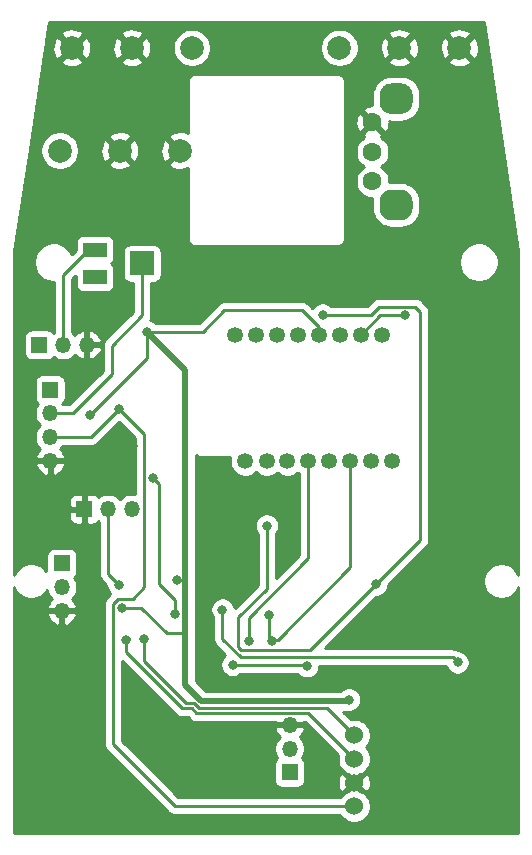
<source format=gbr>
%TF.GenerationSoftware,KiCad,Pcbnew,(5.1.6-0-10_14)*%
%TF.CreationDate,2020-12-05T10:50:09+01:00*%
%TF.ProjectId,Mys,4d79732e-6b69-4636-9164-5f7063625858,rev?*%
%TF.SameCoordinates,PX223cd58PY13c0734*%
%TF.FileFunction,Copper,L2,Bot*%
%TF.FilePolarity,Positive*%
%FSLAX46Y46*%
G04 Gerber Fmt 4.6, Leading zero omitted, Abs format (unit mm)*
G04 Created by KiCad (PCBNEW (5.1.6-0-10_14)) date 2020-12-05 10:50:09*
%MOMM*%
%LPD*%
G01*
G04 APERTURE LIST*
%TA.AperFunction,ComponentPad*%
%ADD10R,1.350000X1.350000*%
%TD*%
%TA.AperFunction,ComponentPad*%
%ADD11O,1.350000X1.350000*%
%TD*%
%TA.AperFunction,SMDPad,CuDef*%
%ADD12R,2.000000X1.300000*%
%TD*%
%TA.AperFunction,SMDPad,CuDef*%
%ADD13R,2.000000X2.000000*%
%TD*%
%TA.AperFunction,ComponentPad*%
%ADD14C,1.600000*%
%TD*%
%TA.AperFunction,ComponentPad*%
%ADD15C,1.524000*%
%TD*%
%TA.AperFunction,ComponentPad*%
%ADD16C,2.000000*%
%TD*%
%TA.AperFunction,ComponentPad*%
%ADD17C,1.350000*%
%TD*%
%TA.AperFunction,ViaPad*%
%ADD18C,0.800000*%
%TD*%
%TA.AperFunction,Conductor*%
%ADD19C,0.250000*%
%TD*%
%TA.AperFunction,Conductor*%
%ADD20C,0.500000*%
%TD*%
%TA.AperFunction,Conductor*%
%ADD21C,0.254000*%
%TD*%
G04 APERTURE END LIST*
D10*
%TO.P,J3,1*%
%TO.N,Net-(J3-Pad1)*%
X700000Y-31800000D03*
D11*
%TO.P,J3,2*%
%TO.N,Net-(J3-Pad2)*%
X700000Y-33800000D03*
%TO.P,J3,3*%
%TO.N,5V*%
X700000Y-35800000D03*
%TO.P,J3,4*%
%TO.N,GND*%
X700000Y-37800000D03*
%TD*%
%TO.P,J2,3*%
%TO.N,GND*%
X1700000Y-50500000D03*
%TO.P,J2,2*%
%TO.N,Net-(J2-Pad2)*%
X1700000Y-48500000D03*
D10*
%TO.P,J2,1*%
%TO.N,VCC*%
X1700000Y-46500000D03*
%TD*%
D11*
%TO.P,J6,3*%
%TO.N,Net-(J6-Pad3)*%
X7600000Y-41900000D03*
%TO.P,J6,2*%
%TO.N,Net-(J6-Pad2)*%
X5600000Y-41900000D03*
D10*
%TO.P,J6,1*%
%TO.N,GND*%
X3600000Y-41900000D03*
%TD*%
D11*
%TO.P,J5,3*%
%TO.N,GND*%
X3800000Y-28000000D03*
%TO.P,J5,2*%
%TO.N,Net-(J5-Pad2)*%
X1800000Y-28000000D03*
D10*
%TO.P,J5,1*%
%TO.N,5V*%
X-200000Y-28000000D03*
%TD*%
D12*
%TO.P,RV1,1*%
%TO.N,Net-(J5-Pad2)*%
X4500000Y-19950000D03*
D13*
%TO.P,RV1,2*%
%TO.N,Net-(J3-Pad2)*%
X8500000Y-21100000D03*
D12*
%TO.P,RV1,3*%
%TO.N,N/C*%
X4500000Y-22250000D03*
%TD*%
D14*
%TO.P,SW3,1*%
%TO.N,Net-(D4-Pad2)*%
X27997000Y-14156000D03*
%TO.P,SW3,2*%
%TO.N,Net-(D2-Pad2)*%
X27997000Y-11656000D03*
%TO.P,SW3,3*%
%TO.N,GND*%
X27997000Y-9156000D03*
%TO.P,SW3,*%
%TO.N,*%
%TA.AperFunction,ComponentPad*%
G36*
G01*
X30396000Y-17456000D02*
X29598000Y-17456000D01*
G75*
G02*
X28597000Y-16455000I0J1001000D01*
G01*
X28597000Y-15857000D01*
G75*
G02*
X29598000Y-14856000I1001000J0D01*
G01*
X30396000Y-14856000D01*
G75*
G02*
X31397000Y-15857000I0J-1001000D01*
G01*
X31397000Y-16455000D01*
G75*
G02*
X30396000Y-17456000I-1001000J0D01*
G01*
G37*
%TD.AperFunction*%
%TA.AperFunction,ComponentPad*%
G36*
G01*
X30396000Y-8456000D02*
X29598000Y-8456000D01*
G75*
G02*
X28597000Y-7455000I0J1001000D01*
G01*
X28597000Y-6857000D01*
G75*
G02*
X29598000Y-5856000I1001000J0D01*
G01*
X30396000Y-5856000D01*
G75*
G02*
X31397000Y-6857000I0J-1001000D01*
G01*
X31397000Y-7455000D01*
G75*
G02*
X30396000Y-8456000I-1001000J0D01*
G01*
G37*
%TD.AperFunction*%
%TD*%
D15*
%TO.P,J1,2*%
%TO.N,GND*%
X26441000Y-65056200D03*
%TO.P,J1,3*%
%TO.N,DP*%
X26441000Y-63056200D03*
%TO.P,J1,4*%
%TO.N,DM*%
X26441000Y-61056200D03*
%TO.P,J1,1*%
%TO.N,5V*%
X26441000Y-67056200D03*
%TD*%
D16*
%TO.P,SW2,3*%
%TO.N,GND*%
X30280000Y-2850000D03*
%TO.P,SW2,2*%
X35360000Y-2850000D03*
%TO.P,SW2,1*%
%TO.N,Net-(D3-Pad2)*%
X25200000Y-2850000D03*
%TD*%
%TO.P,SW1,3*%
%TO.N,GND*%
X7620000Y-2850000D03*
%TO.P,SW1,2*%
X2540000Y-2850000D03*
%TO.P,SW1,1*%
%TO.N,Net-(D1-Pad2)*%
X12700000Y-2850000D03*
%TD*%
%TO.P,SW4,1*%
%TO.N,Net-(D5-Pad2)*%
X1520000Y-11550000D03*
%TO.P,SW4,2*%
%TO.N,GND*%
X11680000Y-11550000D03*
%TO.P,SW4,3*%
X6600000Y-11550000D03*
%TD*%
D17*
%TO.P,U2,9*%
%TO.N,Net-(R12-Pad1)*%
X29690000Y-37850000D03*
%TO.P,U2,10*%
%TO.N,SCLK*%
X27910000Y-37850000D03*
%TO.P,U2,11*%
%TO.N,MOSI*%
X26130000Y-37850000D03*
%TO.P,U2,12*%
%TO.N,MISO*%
X24350000Y-37850000D03*
%TO.P,U2,13*%
%TO.N,NSS*%
X22570000Y-37850000D03*
%TO.P,U2,14*%
%TO.N,N/C*%
X20790000Y-37850000D03*
%TO.P,U2,15*%
%TO.N,Net-(R11-Pad2)*%
X19050000Y-37850000D03*
%TO.P,U2,16*%
%TO.N,N/C*%
X17230000Y-37850000D03*
%TO.P,U2,8*%
%TO.N,GND*%
X28800000Y-27150000D03*
%TO.P,U2,7*%
%TO.N,Net-(R5-Pad2)*%
X27020000Y-27150000D03*
%TO.P,U2,6*%
%TO.N,N/C*%
X25240000Y-27150000D03*
%TO.P,U2,5*%
%TO.N,VCC*%
X23460000Y-27150000D03*
%TO.P,U2,4*%
%TO.N,VCC1.9*%
X21680000Y-27150000D03*
%TO.P,U2,3*%
%TO.N,Net-(C10-Pad2)*%
X19900000Y-27150000D03*
%TO.P,U2,2*%
%TO.N,N/C*%
X18120000Y-27150000D03*
%TO.P,U2,1*%
X16340000Y-27150000D03*
%TD*%
D10*
%TO.P,J4,1*%
%TO.N,VCC*%
X20980000Y-64183200D03*
D11*
%TO.P,J4,2*%
%TO.N,Net-(C24-Pad1)*%
X20980000Y-62183200D03*
%TO.P,J4,3*%
%TO.N,GND*%
X20980000Y-60183200D03*
%TD*%
D18*
%TO.N,VCC1.9*%
X28295200Y-48282800D03*
X23774000Y-25435500D03*
X19049600Y-43304400D03*
%TO.N,VCC*%
X11429600Y-47927200D03*
X6756000Y-50264000D03*
X26009200Y-58036400D03*
X4114400Y-33962000D03*
X8940400Y-26896000D03*
%TO.N,5V*%
X6552800Y-33454000D03*
%TO.N,ADC_IN8*%
X9400000Y-39300000D03*
X11264500Y-50772000D03*
%TO.N,DP*%
X7131920Y-52951320D03*
%TO.N,DM*%
X8686400Y-52885280D03*
%TO.N,Net-(R5-Pad2)*%
X30759000Y-25499000D03*
%TO.N,PA2*%
X22453200Y-55191600D03*
X16154000Y-55090000D03*
%TO.N,NSS*%
X17525600Y-53058000D03*
%TO.N,MOSI*%
X19222320Y-50838040D03*
X19471240Y-53032600D03*
%TO.N,GND*%
X32410000Y-55547200D03*
X7700000Y-36600000D03*
X31267000Y-59928700D03*
X3098400Y-55750400D03*
X23824800Y-23492400D03*
X16154000Y-47774800D03*
X27600000Y-17300000D03*
%TO.N,PB1*%
X15290400Y-50416400D03*
X35204000Y-54886800D03*
%TO.N,Net-(J6-Pad2)*%
X6500000Y-48300000D03*
%TD*%
D19*
%TO.N,VCC1.9*%
X16611200Y-53616800D02*
X16865200Y-53870800D01*
X16865200Y-53870800D02*
X22707200Y-53870800D01*
X19049600Y-48638400D02*
X16611200Y-51076800D01*
X16611200Y-51076800D02*
X16611200Y-53616800D01*
X22707200Y-53870800D02*
X28295200Y-48282800D01*
X19049600Y-43304400D02*
X19049600Y-48638400D01*
X32054400Y-25219600D02*
X32054400Y-44523600D01*
X31608799Y-24773999D02*
X32054400Y-25219600D01*
X28537601Y-24773999D02*
X31608799Y-24773999D01*
X32054400Y-44523600D02*
X28295200Y-48282800D01*
X27876100Y-25435500D02*
X28537601Y-24773999D01*
X23774000Y-25435500D02*
X27876100Y-25435500D01*
%TO.N,VCC*%
X8940400Y-26896000D02*
X13614000Y-26896000D01*
X13614000Y-26896000D02*
X15442800Y-25067200D01*
X15442800Y-25067200D02*
X22046800Y-25067200D01*
X23460000Y-26480400D02*
X23460000Y-27150000D01*
X22046800Y-25067200D02*
X23460000Y-26480400D01*
D20*
X12140800Y-30096400D02*
X8940400Y-26896000D01*
D19*
X12039200Y-47927200D02*
X12140800Y-48028800D01*
D20*
X12140800Y-48028800D02*
X12140800Y-30096400D01*
D19*
X11429600Y-47927200D02*
X12039200Y-47927200D01*
X6756000Y-50264000D02*
X8432400Y-50264000D01*
X10566000Y-52397600D02*
X12140800Y-52397600D01*
X8432400Y-50264000D02*
X10566000Y-52397600D01*
D20*
X12140800Y-52397600D02*
X12140800Y-48028800D01*
X13507775Y-58158179D02*
X25887421Y-58158179D01*
X12140800Y-56791204D02*
X13507775Y-58158179D01*
X25887421Y-58158179D02*
X26009200Y-58036400D01*
X12140800Y-52397600D02*
X12140800Y-56791204D01*
D19*
X8940400Y-29136000D02*
X4114400Y-33962000D01*
X8940400Y-26896000D02*
X8940400Y-29136000D01*
%TO.N,5V*%
X309600Y-35809600D02*
X300000Y-35800000D01*
X6552800Y-33454000D02*
X4197200Y-35809600D01*
X8674999Y-35576199D02*
X6552800Y-33454000D01*
X8674999Y-48525001D02*
X8674999Y-35576199D01*
X7700000Y-49500000D02*
X8674999Y-48525001D01*
X11256200Y-67056200D02*
X6030999Y-61830999D01*
X6446998Y-49500000D02*
X7700000Y-49500000D01*
X6030999Y-49915999D02*
X6446998Y-49500000D01*
X6030999Y-61830999D02*
X6030999Y-49915999D01*
X26441000Y-67056200D02*
X11256200Y-67056200D01*
X4187600Y-35800000D02*
X4197200Y-35809600D01*
X4187600Y-35800000D02*
X700000Y-35800000D01*
%TO.N,ADC_IN8*%
X9900000Y-39800000D02*
X9400000Y-39300000D01*
X9900000Y-48277200D02*
X9900000Y-39800000D01*
X11264500Y-49641700D02*
X9900000Y-48277200D01*
X11264500Y-50772000D02*
X11264500Y-49641700D01*
%TO.N,DP*%
X7391000Y-52829400D02*
X7365600Y-52804000D01*
X11885839Y-58785839D02*
X12685839Y-58785839D01*
X13083199Y-59183199D02*
X22567999Y-59183199D01*
X7131920Y-54031920D02*
X11885839Y-58785839D01*
X12685839Y-58785839D02*
X13083199Y-59183199D01*
X22567999Y-59183199D02*
X26441000Y-63056200D01*
X7131920Y-52951320D02*
X7131920Y-54031920D01*
%TO.N,DM*%
X24117989Y-58733189D02*
X26441000Y-61056200D01*
X12235829Y-58335829D02*
X12872240Y-58335830D01*
X12872240Y-58335830D02*
X13269599Y-58733189D01*
X8686400Y-54786400D02*
X12235829Y-58335829D01*
X13269599Y-58733189D02*
X24117989Y-58733189D01*
X8686400Y-52885280D02*
X8686400Y-54786400D01*
%TO.N,Net-(J3-Pad2)*%
X8500000Y-21100000D02*
X8500000Y-20900000D01*
X5900000Y-30500000D02*
X2600000Y-33800000D01*
X8500000Y-25500000D02*
X5900000Y-28100000D01*
X8500000Y-21100000D02*
X8500000Y-25500000D01*
X5900000Y-30500000D02*
X5900000Y-28100000D01*
X2600000Y-33800000D02*
X700000Y-33800000D01*
%TO.N,Net-(R5-Pad2)*%
X27020000Y-27150000D02*
X28671000Y-25499000D01*
X28671000Y-25499000D02*
X30759000Y-25499000D01*
%TO.N,PA2*%
X22402400Y-55140800D02*
X22453200Y-55191600D01*
X22351600Y-55090000D02*
X22453200Y-55191600D01*
X16154000Y-55090000D02*
X22351600Y-55090000D01*
%TO.N,NSS*%
X22570000Y-46083200D02*
X22570000Y-37850000D01*
X17525600Y-51127600D02*
X22570000Y-46083200D01*
X17525600Y-53058000D02*
X17525600Y-51127600D01*
%TO.N,MOSI*%
X26130000Y-46841200D02*
X26130000Y-37850000D01*
X19964000Y-53007200D02*
X26130000Y-46841200D01*
X19222320Y-52783680D02*
X19471240Y-53032600D01*
X19222320Y-50838040D02*
X19222320Y-52783680D01*
X19496640Y-53007200D02*
X19471240Y-53032600D01*
X19964000Y-53007200D02*
X19496640Y-53007200D01*
%TO.N,PB1*%
X34783799Y-54466599D02*
X35204000Y-54886800D01*
X16824589Y-54466599D02*
X34783799Y-54466599D01*
X15290400Y-52932410D02*
X16824589Y-54466599D01*
X15290400Y-50416400D02*
X15290400Y-52932410D01*
%TO.N,Net-(J5-Pad2)*%
X2300000Y-21614000D02*
X2300000Y-21600000D01*
X3950000Y-19950000D02*
X4500000Y-19950000D01*
X1800000Y-22106117D02*
X2300000Y-21614000D01*
X2300000Y-21600000D02*
X3950000Y-19950000D01*
X1800000Y-28000000D02*
X1800000Y-22106117D01*
%TO.N,Net-(J6-Pad2)*%
X5600000Y-47400000D02*
X5600000Y-47100000D01*
X6500000Y-48300000D02*
X5600000Y-47400000D01*
X5600000Y-47100000D02*
X5600000Y-41900000D01*
%TD*%
D21*
%TO.N,GND*%
G36*
X40340000Y-20049231D02*
G01*
X40340001Y-47497636D01*
X40249340Y-47278763D01*
X40082706Y-47029378D01*
X39870622Y-46817294D01*
X39621237Y-46650660D01*
X39344136Y-46535881D01*
X39049966Y-46477367D01*
X38750034Y-46477367D01*
X38455864Y-46535881D01*
X38178763Y-46650660D01*
X37929378Y-46817294D01*
X37717294Y-47029378D01*
X37550660Y-47278763D01*
X37435881Y-47555864D01*
X37377367Y-47850034D01*
X37377367Y-48149966D01*
X37435881Y-48444136D01*
X37550660Y-48721237D01*
X37717294Y-48970622D01*
X37929378Y-49182706D01*
X38178763Y-49349340D01*
X38455864Y-49464119D01*
X38750034Y-49522633D01*
X39049966Y-49522633D01*
X39344136Y-49464119D01*
X39621237Y-49349340D01*
X39870622Y-49182706D01*
X40082706Y-48970622D01*
X40249340Y-48721237D01*
X40340001Y-48502364D01*
X40340001Y-69340000D01*
X-2340000Y-69340000D01*
X-2340000Y-50829400D01*
X432090Y-50829400D01*
X462762Y-50930528D01*
X570527Y-51163629D01*
X721697Y-51371227D01*
X910463Y-51545344D01*
X1129570Y-51679289D01*
X1370599Y-51767915D01*
X1573000Y-51645085D01*
X1573000Y-50627000D01*
X1827000Y-50627000D01*
X1827000Y-51645085D01*
X2029401Y-51767915D01*
X2270430Y-51679289D01*
X2489537Y-51545344D01*
X2678303Y-51371227D01*
X2829473Y-51163629D01*
X2937238Y-50930528D01*
X2967910Y-50829400D01*
X2844224Y-50627000D01*
X1827000Y-50627000D01*
X1573000Y-50627000D01*
X555776Y-50627000D01*
X432090Y-50829400D01*
X-2340000Y-50829400D01*
X-2340000Y-48502364D01*
X-2249340Y-48721237D01*
X-2082706Y-48970622D01*
X-1870622Y-49182706D01*
X-1621237Y-49349340D01*
X-1344136Y-49464119D01*
X-1049966Y-49522633D01*
X-750034Y-49522633D01*
X-455864Y-49464119D01*
X-178763Y-49349340D01*
X70622Y-49182706D01*
X282706Y-48970622D01*
X417747Y-48768519D01*
X440342Y-48882113D01*
X539093Y-49120518D01*
X682456Y-49335077D01*
X854060Y-49506681D01*
X721697Y-49628773D01*
X570527Y-49836371D01*
X462762Y-50069472D01*
X432090Y-50170600D01*
X555776Y-50373000D01*
X1573000Y-50373000D01*
X1573000Y-50353000D01*
X1827000Y-50353000D01*
X1827000Y-50373000D01*
X2844224Y-50373000D01*
X2967910Y-50170600D01*
X2937238Y-50069472D01*
X2829473Y-49836371D01*
X2678303Y-49628773D01*
X2545940Y-49506681D01*
X2717544Y-49335077D01*
X2860907Y-49120518D01*
X2959658Y-48882113D01*
X3010000Y-48629024D01*
X3010000Y-48370976D01*
X2959658Y-48117887D01*
X2860907Y-47879482D01*
X2739303Y-47697487D01*
X2826185Y-47626185D01*
X2905537Y-47529494D01*
X2964502Y-47419180D01*
X3000812Y-47299482D01*
X3013072Y-47175000D01*
X3013072Y-45825000D01*
X3000812Y-45700518D01*
X2964502Y-45580820D01*
X2905537Y-45470506D01*
X2826185Y-45373815D01*
X2729494Y-45294463D01*
X2619180Y-45235498D01*
X2499482Y-45199188D01*
X2375000Y-45186928D01*
X1025000Y-45186928D01*
X900518Y-45199188D01*
X780820Y-45235498D01*
X670506Y-45294463D01*
X573815Y-45373815D01*
X494463Y-45470506D01*
X435498Y-45580820D01*
X399188Y-45700518D01*
X386928Y-45825000D01*
X386928Y-47175000D01*
X388124Y-47187148D01*
X282706Y-47029378D01*
X70622Y-46817294D01*
X-178763Y-46650660D01*
X-455864Y-46535881D01*
X-750034Y-46477367D01*
X-1049966Y-46477367D01*
X-1344136Y-46535881D01*
X-1621237Y-46650660D01*
X-1870622Y-46817294D01*
X-2082706Y-47029378D01*
X-2249340Y-47278763D01*
X-2340000Y-47497636D01*
X-2340000Y-42575000D01*
X2286928Y-42575000D01*
X2299188Y-42699482D01*
X2335498Y-42819180D01*
X2394463Y-42929494D01*
X2473815Y-43026185D01*
X2570506Y-43105537D01*
X2680820Y-43164502D01*
X2800518Y-43200812D01*
X2925000Y-43213072D01*
X3314250Y-43210000D01*
X3473000Y-43051250D01*
X3473000Y-42027000D01*
X2448750Y-42027000D01*
X2290000Y-42185750D01*
X2286928Y-42575000D01*
X-2340000Y-42575000D01*
X-2340000Y-41225000D01*
X2286928Y-41225000D01*
X2290000Y-41614250D01*
X2448750Y-41773000D01*
X3473000Y-41773000D01*
X3473000Y-40748750D01*
X3314250Y-40590000D01*
X2925000Y-40586928D01*
X2800518Y-40599188D01*
X2680820Y-40635498D01*
X2570506Y-40694463D01*
X2473815Y-40773815D01*
X2394463Y-40870506D01*
X2335498Y-40980820D01*
X2299188Y-41100518D01*
X2286928Y-41225000D01*
X-2340000Y-41225000D01*
X-2340000Y-38129400D01*
X-567910Y-38129400D01*
X-537238Y-38230528D01*
X-429473Y-38463629D01*
X-278303Y-38671227D01*
X-89537Y-38845344D01*
X129570Y-38979289D01*
X370599Y-39067915D01*
X573000Y-38945085D01*
X573000Y-37927000D01*
X827000Y-37927000D01*
X827000Y-38945085D01*
X1029401Y-39067915D01*
X1270430Y-38979289D01*
X1489537Y-38845344D01*
X1678303Y-38671227D01*
X1829473Y-38463629D01*
X1937238Y-38230528D01*
X1967910Y-38129400D01*
X1844224Y-37927000D01*
X827000Y-37927000D01*
X573000Y-37927000D01*
X-444224Y-37927000D01*
X-567910Y-38129400D01*
X-2340000Y-38129400D01*
X-2340000Y-31125000D01*
X-613072Y-31125000D01*
X-613072Y-32475000D01*
X-600812Y-32599482D01*
X-564502Y-32719180D01*
X-505537Y-32829494D01*
X-426185Y-32926185D01*
X-339303Y-32997487D01*
X-460907Y-33179482D01*
X-559658Y-33417887D01*
X-610000Y-33670976D01*
X-610000Y-33929024D01*
X-559658Y-34182113D01*
X-460907Y-34420518D01*
X-317544Y-34635077D01*
X-152621Y-34800000D01*
X-317544Y-34964923D01*
X-460907Y-35179482D01*
X-559658Y-35417887D01*
X-610000Y-35670976D01*
X-610000Y-35929024D01*
X-559658Y-36182113D01*
X-460907Y-36420518D01*
X-317544Y-36635077D01*
X-145940Y-36806681D01*
X-278303Y-36928773D01*
X-429473Y-37136371D01*
X-537238Y-37369472D01*
X-567910Y-37470600D01*
X-444224Y-37673000D01*
X573000Y-37673000D01*
X573000Y-37653000D01*
X827000Y-37653000D01*
X827000Y-37673000D01*
X1844224Y-37673000D01*
X1967910Y-37470600D01*
X1937238Y-37369472D01*
X1829473Y-37136371D01*
X1678303Y-36928773D01*
X1545940Y-36806681D01*
X1717544Y-36635077D01*
X1767709Y-36560000D01*
X4062408Y-36560000D01*
X4197199Y-36573276D01*
X4197200Y-36573276D01*
X4346185Y-36558602D01*
X4489446Y-36515146D01*
X4621476Y-36444574D01*
X4708202Y-36373399D01*
X4708207Y-36373394D01*
X4737200Y-36349600D01*
X4760993Y-36320608D01*
X6552801Y-34528802D01*
X7915000Y-35891002D01*
X7915000Y-40626992D01*
X7729024Y-40590000D01*
X7470976Y-40590000D01*
X7217887Y-40640342D01*
X6979482Y-40739093D01*
X6764923Y-40882456D01*
X6600000Y-41047379D01*
X6435077Y-40882456D01*
X6220518Y-40739093D01*
X5982113Y-40640342D01*
X5729024Y-40590000D01*
X5470976Y-40590000D01*
X5217887Y-40640342D01*
X4979482Y-40739093D01*
X4797487Y-40860697D01*
X4726185Y-40773815D01*
X4629494Y-40694463D01*
X4519180Y-40635498D01*
X4399482Y-40599188D01*
X4275000Y-40586928D01*
X3885750Y-40590000D01*
X3727000Y-40748750D01*
X3727000Y-41773000D01*
X3747000Y-41773000D01*
X3747000Y-42027000D01*
X3727000Y-42027000D01*
X3727000Y-43051250D01*
X3885750Y-43210000D01*
X4275000Y-43213072D01*
X4399482Y-43200812D01*
X4519180Y-43164502D01*
X4629494Y-43105537D01*
X4726185Y-43026185D01*
X4797487Y-42939303D01*
X4840001Y-42967709D01*
X4840000Y-47062667D01*
X4840000Y-47362678D01*
X4836324Y-47400000D01*
X4840000Y-47437322D01*
X4840000Y-47437332D01*
X4850997Y-47548985D01*
X4879281Y-47642226D01*
X4894454Y-47692246D01*
X4965026Y-47824276D01*
X4993133Y-47858524D01*
X5059999Y-47940001D01*
X5089002Y-47963803D01*
X5465000Y-48339801D01*
X5465000Y-48401939D01*
X5504774Y-48601898D01*
X5582795Y-48790256D01*
X5696063Y-48959774D01*
X5804243Y-49067954D01*
X5519997Y-49352200D01*
X5490999Y-49375998D01*
X5467201Y-49404996D01*
X5467200Y-49404997D01*
X5396025Y-49491723D01*
X5325453Y-49623753D01*
X5302264Y-49700201D01*
X5281997Y-49767013D01*
X5279512Y-49792246D01*
X5267323Y-49915999D01*
X5271000Y-49953331D01*
X5270999Y-61793677D01*
X5267323Y-61830999D01*
X5270999Y-61868321D01*
X5270999Y-61868331D01*
X5281996Y-61979984D01*
X5304502Y-62054176D01*
X5325453Y-62123245D01*
X5396025Y-62255275D01*
X5435870Y-62303825D01*
X5490998Y-62371000D01*
X5520002Y-62394803D01*
X10692401Y-67567203D01*
X10716199Y-67596201D01*
X10745197Y-67619999D01*
X10831923Y-67691174D01*
X10963953Y-67761746D01*
X11107214Y-67805203D01*
X11218867Y-67816200D01*
X11218876Y-67816200D01*
X11256199Y-67819876D01*
X11293522Y-67816200D01*
X25268659Y-67816200D01*
X25355880Y-67946735D01*
X25550465Y-68141320D01*
X25779273Y-68294205D01*
X26033510Y-68399514D01*
X26303408Y-68453200D01*
X26578592Y-68453200D01*
X26848490Y-68399514D01*
X27102727Y-68294205D01*
X27331535Y-68141320D01*
X27526120Y-67946735D01*
X27679005Y-67717927D01*
X27784314Y-67463690D01*
X27838000Y-67193792D01*
X27838000Y-66918608D01*
X27784314Y-66648710D01*
X27679005Y-66394473D01*
X27526120Y-66165665D01*
X27331535Y-65971080D01*
X27102727Y-65818195D01*
X26967290Y-65762095D01*
X26441000Y-65235805D01*
X25914710Y-65762095D01*
X25779273Y-65818195D01*
X25550465Y-65971080D01*
X25355880Y-66165665D01*
X25268659Y-66296200D01*
X11571002Y-66296200D01*
X8783002Y-63508200D01*
X19666928Y-63508200D01*
X19666928Y-64858200D01*
X19679188Y-64982682D01*
X19715498Y-65102380D01*
X19774463Y-65212694D01*
X19853815Y-65309385D01*
X19950506Y-65388737D01*
X20060820Y-65447702D01*
X20180518Y-65484012D01*
X20305000Y-65496272D01*
X21655000Y-65496272D01*
X21779482Y-65484012D01*
X21899180Y-65447702D01*
X22009494Y-65388737D01*
X22106185Y-65309385D01*
X22185537Y-65212694D01*
X22230691Y-65128217D01*
X25039090Y-65128217D01*
X25080078Y-65400333D01*
X25173364Y-65659223D01*
X25235344Y-65775180D01*
X25475435Y-65842160D01*
X26261395Y-65056200D01*
X26620605Y-65056200D01*
X27406565Y-65842160D01*
X27646656Y-65775180D01*
X27763756Y-65526152D01*
X27830023Y-65259065D01*
X27842910Y-64984183D01*
X27801922Y-64712067D01*
X27708636Y-64453177D01*
X27646656Y-64337220D01*
X27406565Y-64270240D01*
X26620605Y-65056200D01*
X26261395Y-65056200D01*
X25475435Y-64270240D01*
X25235344Y-64337220D01*
X25118244Y-64586248D01*
X25051977Y-64853335D01*
X25039090Y-65128217D01*
X22230691Y-65128217D01*
X22244502Y-65102380D01*
X22280812Y-64982682D01*
X22293072Y-64858200D01*
X22293072Y-63508200D01*
X22280812Y-63383718D01*
X22244502Y-63264020D01*
X22185537Y-63153706D01*
X22106185Y-63057015D01*
X22019303Y-62985713D01*
X22140907Y-62803718D01*
X22239658Y-62565313D01*
X22290000Y-62312224D01*
X22290000Y-62054176D01*
X22239658Y-61801087D01*
X22140907Y-61562682D01*
X21997544Y-61348123D01*
X21825940Y-61176519D01*
X21958303Y-61054427D01*
X22109473Y-60846829D01*
X22217238Y-60613728D01*
X22247910Y-60512600D01*
X22124224Y-60310200D01*
X21107000Y-60310200D01*
X21107000Y-60330200D01*
X20853000Y-60330200D01*
X20853000Y-60310200D01*
X19835776Y-60310200D01*
X19712090Y-60512600D01*
X19742762Y-60613728D01*
X19850527Y-60846829D01*
X20001697Y-61054427D01*
X20134060Y-61176519D01*
X19962456Y-61348123D01*
X19819093Y-61562682D01*
X19720342Y-61801087D01*
X19670000Y-62054176D01*
X19670000Y-62312224D01*
X19720342Y-62565313D01*
X19819093Y-62803718D01*
X19940697Y-62985713D01*
X19853815Y-63057015D01*
X19774463Y-63153706D01*
X19715498Y-63264020D01*
X19679188Y-63383718D01*
X19666928Y-63508200D01*
X8783002Y-63508200D01*
X6790999Y-61516198D01*
X6790999Y-54765800D01*
X11322039Y-59296841D01*
X11345838Y-59325840D01*
X11461563Y-59420813D01*
X11593592Y-59491385D01*
X11736853Y-59534842D01*
X11848506Y-59545839D01*
X11848514Y-59545839D01*
X11885839Y-59549515D01*
X11923164Y-59545839D01*
X12371038Y-59545839D01*
X12519395Y-59694196D01*
X12543198Y-59723200D01*
X12658923Y-59818173D01*
X12790952Y-59888745D01*
X12934213Y-59932202D01*
X13045866Y-59943199D01*
X13045876Y-59943199D01*
X13083199Y-59946875D01*
X13120522Y-59943199D01*
X19766721Y-59943199D01*
X19835776Y-60056200D01*
X20853000Y-60056200D01*
X20853000Y-60036200D01*
X21107000Y-60036200D01*
X21107000Y-60056200D01*
X22124224Y-60056200D01*
X22193279Y-59943199D01*
X22253198Y-59943199D01*
X25074628Y-62764630D01*
X25044000Y-62918608D01*
X25044000Y-63193792D01*
X25097686Y-63463690D01*
X25202995Y-63717927D01*
X25355880Y-63946735D01*
X25550465Y-64141320D01*
X25779273Y-64294205D01*
X25914710Y-64350305D01*
X26441000Y-64876595D01*
X26967290Y-64350305D01*
X27102727Y-64294205D01*
X27331535Y-64141320D01*
X27526120Y-63946735D01*
X27679005Y-63717927D01*
X27784314Y-63463690D01*
X27838000Y-63193792D01*
X27838000Y-62918608D01*
X27784314Y-62648710D01*
X27679005Y-62394473D01*
X27526120Y-62165665D01*
X27416655Y-62056200D01*
X27526120Y-61946735D01*
X27679005Y-61717927D01*
X27784314Y-61463690D01*
X27838000Y-61193792D01*
X27838000Y-60918608D01*
X27784314Y-60648710D01*
X27679005Y-60394473D01*
X27526120Y-60165665D01*
X27331535Y-59971080D01*
X27102727Y-59818195D01*
X26848490Y-59712886D01*
X26578592Y-59659200D01*
X26303408Y-59659200D01*
X26149430Y-59689828D01*
X25502780Y-59043179D01*
X25765383Y-59043179D01*
X25907261Y-59071400D01*
X26111139Y-59071400D01*
X26311098Y-59031626D01*
X26499456Y-58953605D01*
X26668974Y-58840337D01*
X26813137Y-58696174D01*
X26926405Y-58526656D01*
X27004426Y-58338298D01*
X27044200Y-58138339D01*
X27044200Y-57934461D01*
X27004426Y-57734502D01*
X26926405Y-57546144D01*
X26813137Y-57376626D01*
X26668974Y-57232463D01*
X26499456Y-57119195D01*
X26311098Y-57041174D01*
X26111139Y-57001400D01*
X25907261Y-57001400D01*
X25707302Y-57041174D01*
X25518944Y-57119195D01*
X25349426Y-57232463D01*
X25308710Y-57273179D01*
X13874354Y-57273179D01*
X13025800Y-56424626D01*
X13025800Y-37329321D01*
X13103637Y-37393200D01*
X13226980Y-37459128D01*
X13360816Y-37499727D01*
X13500000Y-37513435D01*
X13534877Y-37510000D01*
X15961965Y-37510000D01*
X15920000Y-37720976D01*
X15920000Y-37979024D01*
X15970342Y-38232113D01*
X16069093Y-38470518D01*
X16212456Y-38685077D01*
X16394923Y-38867544D01*
X16609482Y-39010907D01*
X16847887Y-39109658D01*
X17100976Y-39160000D01*
X17359024Y-39160000D01*
X17612113Y-39109658D01*
X17850518Y-39010907D01*
X18065077Y-38867544D01*
X18140000Y-38792621D01*
X18214923Y-38867544D01*
X18429482Y-39010907D01*
X18667887Y-39109658D01*
X18920976Y-39160000D01*
X19179024Y-39160000D01*
X19432113Y-39109658D01*
X19670518Y-39010907D01*
X19885077Y-38867544D01*
X19920000Y-38832621D01*
X19954923Y-38867544D01*
X20169482Y-39010907D01*
X20407887Y-39109658D01*
X20660976Y-39160000D01*
X20919024Y-39160000D01*
X21172113Y-39109658D01*
X21410518Y-39010907D01*
X21625077Y-38867544D01*
X21680000Y-38812621D01*
X21734923Y-38867544D01*
X21810001Y-38917709D01*
X21810000Y-45768398D01*
X19809600Y-47768798D01*
X19809600Y-44008111D01*
X19853537Y-43964174D01*
X19966805Y-43794656D01*
X20044826Y-43606298D01*
X20084600Y-43406339D01*
X20084600Y-43202461D01*
X20044826Y-43002502D01*
X19966805Y-42814144D01*
X19853537Y-42644626D01*
X19709374Y-42500463D01*
X19539856Y-42387195D01*
X19351498Y-42309174D01*
X19151539Y-42269400D01*
X18947661Y-42269400D01*
X18747702Y-42309174D01*
X18559344Y-42387195D01*
X18389826Y-42500463D01*
X18245663Y-42644626D01*
X18132395Y-42814144D01*
X18054374Y-43002502D01*
X18014600Y-43202461D01*
X18014600Y-43406339D01*
X18054374Y-43606298D01*
X18132395Y-43794656D01*
X18245663Y-43964174D01*
X18289600Y-44008111D01*
X18289601Y-48323597D01*
X16320977Y-50292222D01*
X16285626Y-50114502D01*
X16207605Y-49926144D01*
X16094337Y-49756626D01*
X15950174Y-49612463D01*
X15780656Y-49499195D01*
X15592298Y-49421174D01*
X15392339Y-49381400D01*
X15188461Y-49381400D01*
X14988502Y-49421174D01*
X14800144Y-49499195D01*
X14630626Y-49612463D01*
X14486463Y-49756626D01*
X14373195Y-49926144D01*
X14295174Y-50114502D01*
X14255400Y-50314461D01*
X14255400Y-50518339D01*
X14295174Y-50718298D01*
X14373195Y-50906656D01*
X14486463Y-51076174D01*
X14530400Y-51120111D01*
X14530401Y-52895078D01*
X14526724Y-52932410D01*
X14530401Y-52969743D01*
X14541398Y-53081396D01*
X14553653Y-53121797D01*
X14584854Y-53224656D01*
X14655426Y-53356686D01*
X14725094Y-53441576D01*
X14750400Y-53472411D01*
X14779398Y-53496209D01*
X15539201Y-54256012D01*
X15494226Y-54286063D01*
X15350063Y-54430226D01*
X15236795Y-54599744D01*
X15158774Y-54788102D01*
X15119000Y-54988061D01*
X15119000Y-55191939D01*
X15158774Y-55391898D01*
X15236795Y-55580256D01*
X15350063Y-55749774D01*
X15494226Y-55893937D01*
X15663744Y-56007205D01*
X15852102Y-56085226D01*
X16052061Y-56125000D01*
X16255939Y-56125000D01*
X16455898Y-56085226D01*
X16644256Y-56007205D01*
X16813774Y-55893937D01*
X16857711Y-55850000D01*
X21648345Y-55850000D01*
X21649263Y-55851374D01*
X21793426Y-55995537D01*
X21962944Y-56108805D01*
X22151302Y-56186826D01*
X22351261Y-56226600D01*
X22555139Y-56226600D01*
X22755098Y-56186826D01*
X22943456Y-56108805D01*
X23112974Y-55995537D01*
X23257137Y-55851374D01*
X23370405Y-55681856D01*
X23448426Y-55493498D01*
X23488200Y-55293539D01*
X23488200Y-55226599D01*
X34224473Y-55226599D01*
X34286795Y-55377056D01*
X34400063Y-55546574D01*
X34544226Y-55690737D01*
X34713744Y-55804005D01*
X34902102Y-55882026D01*
X35102061Y-55921800D01*
X35305939Y-55921800D01*
X35505898Y-55882026D01*
X35694256Y-55804005D01*
X35863774Y-55690737D01*
X36007937Y-55546574D01*
X36121205Y-55377056D01*
X36199226Y-55188698D01*
X36239000Y-54988739D01*
X36239000Y-54784861D01*
X36199226Y-54584902D01*
X36121205Y-54396544D01*
X36007937Y-54227026D01*
X35863774Y-54082863D01*
X35694256Y-53969595D01*
X35505898Y-53891574D01*
X35305939Y-53851800D01*
X35232658Y-53851800D01*
X35208075Y-53831625D01*
X35076046Y-53761053D01*
X34932785Y-53717596D01*
X34821132Y-53706599D01*
X34821121Y-53706599D01*
X34783799Y-53702923D01*
X34746477Y-53706599D01*
X23946202Y-53706599D01*
X28335003Y-49317800D01*
X28397139Y-49317800D01*
X28597098Y-49278026D01*
X28785456Y-49200005D01*
X28954974Y-49086737D01*
X29099137Y-48942574D01*
X29212405Y-48773056D01*
X29290426Y-48584698D01*
X29330200Y-48384739D01*
X29330200Y-48322601D01*
X32565403Y-45087399D01*
X32594401Y-45063601D01*
X32689374Y-44947876D01*
X32759946Y-44815847D01*
X32803403Y-44672586D01*
X32814400Y-44560933D01*
X32818077Y-44523600D01*
X32814400Y-44486267D01*
X32814400Y-25256923D01*
X32818076Y-25219600D01*
X32814400Y-25182277D01*
X32814400Y-25182267D01*
X32803403Y-25070614D01*
X32759946Y-24927353D01*
X32755061Y-24918214D01*
X32689374Y-24795323D01*
X32635726Y-24729954D01*
X32594401Y-24679599D01*
X32565398Y-24655797D01*
X32172603Y-24263002D01*
X32148800Y-24233998D01*
X32033075Y-24139025D01*
X31901046Y-24068453D01*
X31757785Y-24024996D01*
X31646132Y-24013999D01*
X31646121Y-24013999D01*
X31608799Y-24010323D01*
X31571477Y-24013999D01*
X28574926Y-24013999D01*
X28537601Y-24010323D01*
X28500276Y-24013999D01*
X28500268Y-24013999D01*
X28388615Y-24024996D01*
X28245354Y-24068453D01*
X28113325Y-24139025D01*
X27997600Y-24233998D01*
X27973801Y-24262997D01*
X27561299Y-24675500D01*
X24477711Y-24675500D01*
X24433774Y-24631563D01*
X24264256Y-24518295D01*
X24075898Y-24440274D01*
X23875939Y-24400500D01*
X23672061Y-24400500D01*
X23472102Y-24440274D01*
X23283744Y-24518295D01*
X23114226Y-24631563D01*
X22970063Y-24775726D01*
X22914013Y-24859611D01*
X22610604Y-24556203D01*
X22586801Y-24527199D01*
X22471076Y-24432226D01*
X22339047Y-24361654D01*
X22195786Y-24318197D01*
X22084133Y-24307200D01*
X22084122Y-24307200D01*
X22046800Y-24303524D01*
X22009478Y-24307200D01*
X15480125Y-24307200D01*
X15442800Y-24303524D01*
X15405475Y-24307200D01*
X15405467Y-24307200D01*
X15293814Y-24318197D01*
X15150553Y-24361654D01*
X15018524Y-24432226D01*
X14902799Y-24527199D01*
X14879001Y-24556197D01*
X13299199Y-26136000D01*
X9644111Y-26136000D01*
X9600174Y-26092063D01*
X9430656Y-25978795D01*
X9242298Y-25900774D01*
X9156643Y-25883736D01*
X9205546Y-25792247D01*
X9249003Y-25648986D01*
X9260000Y-25537333D01*
X9260000Y-25537324D01*
X9263676Y-25500001D01*
X9260000Y-25462678D01*
X9260000Y-22738072D01*
X9500000Y-22738072D01*
X9624482Y-22725812D01*
X9744180Y-22689502D01*
X9854494Y-22630537D01*
X9951185Y-22551185D01*
X10030537Y-22454494D01*
X10089502Y-22344180D01*
X10125812Y-22224482D01*
X10138072Y-22100000D01*
X10138072Y-20835331D01*
X35328090Y-20835331D01*
X35328090Y-21164669D01*
X35392340Y-21487678D01*
X35518372Y-21791947D01*
X35701342Y-22065781D01*
X35934219Y-22298658D01*
X36208053Y-22481628D01*
X36512322Y-22607660D01*
X36835331Y-22671910D01*
X37164669Y-22671910D01*
X37487678Y-22607660D01*
X37791947Y-22481628D01*
X38065781Y-22298658D01*
X38298658Y-22065781D01*
X38481628Y-21791947D01*
X38607660Y-21487678D01*
X38671910Y-21164669D01*
X38671910Y-20835331D01*
X38607660Y-20512322D01*
X38481628Y-20208053D01*
X38298658Y-19934219D01*
X38065781Y-19701342D01*
X37791947Y-19518372D01*
X37487678Y-19392340D01*
X37164669Y-19328090D01*
X36835331Y-19328090D01*
X36512322Y-19392340D01*
X36208053Y-19518372D01*
X35934219Y-19701342D01*
X35701342Y-19934219D01*
X35518372Y-20208053D01*
X35392340Y-20512322D01*
X35328090Y-20835331D01*
X10138072Y-20835331D01*
X10138072Y-20100000D01*
X10125812Y-19975518D01*
X10089502Y-19855820D01*
X10030537Y-19745506D01*
X9951185Y-19648815D01*
X9854494Y-19569463D01*
X9744180Y-19510498D01*
X9624482Y-19474188D01*
X9500000Y-19461928D01*
X7500000Y-19461928D01*
X7375518Y-19474188D01*
X7255820Y-19510498D01*
X7145506Y-19569463D01*
X7048815Y-19648815D01*
X6969463Y-19745506D01*
X6910498Y-19855820D01*
X6874188Y-19975518D01*
X6861928Y-20100000D01*
X6861928Y-22100000D01*
X6874188Y-22224482D01*
X6910498Y-22344180D01*
X6969463Y-22454494D01*
X7048815Y-22551185D01*
X7145506Y-22630537D01*
X7255820Y-22689502D01*
X7375518Y-22725812D01*
X7500000Y-22738072D01*
X7740000Y-22738072D01*
X7740001Y-25185197D01*
X5388998Y-27536201D01*
X5360000Y-27559999D01*
X5336202Y-27588997D01*
X5336201Y-27588998D01*
X5265026Y-27675724D01*
X5194454Y-27807754D01*
X5150998Y-27951015D01*
X5136324Y-28100000D01*
X5140001Y-28137332D01*
X5140000Y-30185198D01*
X2285199Y-33040000D01*
X1767709Y-33040000D01*
X1739303Y-32997487D01*
X1826185Y-32926185D01*
X1905537Y-32829494D01*
X1964502Y-32719180D01*
X2000812Y-32599482D01*
X2013072Y-32475000D01*
X2013072Y-31125000D01*
X2000812Y-31000518D01*
X1964502Y-30880820D01*
X1905537Y-30770506D01*
X1826185Y-30673815D01*
X1729494Y-30594463D01*
X1619180Y-30535498D01*
X1499482Y-30499188D01*
X1375000Y-30486928D01*
X25000Y-30486928D01*
X-99482Y-30499188D01*
X-219180Y-30535498D01*
X-329494Y-30594463D01*
X-426185Y-30673815D01*
X-505537Y-30770506D01*
X-564502Y-30880820D01*
X-600812Y-31000518D01*
X-613072Y-31125000D01*
X-2340000Y-31125000D01*
X-2340000Y-27325000D01*
X-1513072Y-27325000D01*
X-1513072Y-28675000D01*
X-1500812Y-28799482D01*
X-1464502Y-28919180D01*
X-1405537Y-29029494D01*
X-1326185Y-29126185D01*
X-1229494Y-29205537D01*
X-1119180Y-29264502D01*
X-999482Y-29300812D01*
X-875000Y-29313072D01*
X475000Y-29313072D01*
X599482Y-29300812D01*
X719180Y-29264502D01*
X829494Y-29205537D01*
X926185Y-29126185D01*
X997487Y-29039303D01*
X1179482Y-29160907D01*
X1417887Y-29259658D01*
X1670976Y-29310000D01*
X1929024Y-29310000D01*
X2182113Y-29259658D01*
X2420518Y-29160907D01*
X2635077Y-29017544D01*
X2806681Y-28845940D01*
X2928773Y-28978303D01*
X3136371Y-29129473D01*
X3369472Y-29237238D01*
X3470600Y-29267910D01*
X3673000Y-29144224D01*
X3673000Y-28127000D01*
X3927000Y-28127000D01*
X3927000Y-29144224D01*
X4129400Y-29267910D01*
X4230528Y-29237238D01*
X4463629Y-29129473D01*
X4671227Y-28978303D01*
X4845344Y-28789537D01*
X4979289Y-28570430D01*
X5067915Y-28329401D01*
X4945085Y-28127000D01*
X3927000Y-28127000D01*
X3673000Y-28127000D01*
X3653000Y-28127000D01*
X3653000Y-27873000D01*
X3673000Y-27873000D01*
X3673000Y-26855776D01*
X3927000Y-26855776D01*
X3927000Y-27873000D01*
X4945085Y-27873000D01*
X5067915Y-27670599D01*
X4979289Y-27429570D01*
X4845344Y-27210463D01*
X4671227Y-27021697D01*
X4463629Y-26870527D01*
X4230528Y-26762762D01*
X4129400Y-26732090D01*
X3927000Y-26855776D01*
X3673000Y-26855776D01*
X3470600Y-26732090D01*
X3369472Y-26762762D01*
X3136371Y-26870527D01*
X2928773Y-27021697D01*
X2806681Y-27154060D01*
X2635077Y-26982456D01*
X2560000Y-26932291D01*
X2560000Y-22424462D01*
X2808662Y-22179720D01*
X2840001Y-22154001D01*
X2861928Y-22127283D01*
X2861928Y-22900000D01*
X2874188Y-23024482D01*
X2910498Y-23144180D01*
X2969463Y-23254494D01*
X3048815Y-23351185D01*
X3145506Y-23430537D01*
X3255820Y-23489502D01*
X3375518Y-23525812D01*
X3500000Y-23538072D01*
X5500000Y-23538072D01*
X5624482Y-23525812D01*
X5744180Y-23489502D01*
X5854494Y-23430537D01*
X5951185Y-23351185D01*
X6030537Y-23254494D01*
X6089502Y-23144180D01*
X6125812Y-23024482D01*
X6138072Y-22900000D01*
X6138072Y-21600000D01*
X6125812Y-21475518D01*
X6089502Y-21355820D01*
X6030537Y-21245506D01*
X5951185Y-21148815D01*
X5891704Y-21100000D01*
X5951185Y-21051185D01*
X6030537Y-20954494D01*
X6089502Y-20844180D01*
X6125812Y-20724482D01*
X6138072Y-20600000D01*
X6138072Y-19300000D01*
X6125812Y-19175518D01*
X6089502Y-19055820D01*
X6030537Y-18945506D01*
X5951185Y-18848815D01*
X5854494Y-18769463D01*
X5744180Y-18710498D01*
X5624482Y-18674188D01*
X5500000Y-18661928D01*
X3500000Y-18661928D01*
X3375518Y-18674188D01*
X3255820Y-18710498D01*
X3145506Y-18769463D01*
X3048815Y-18848815D01*
X2969463Y-18945506D01*
X2910498Y-19055820D01*
X2874188Y-19175518D01*
X2861928Y-19300000D01*
X2861928Y-19963270D01*
X2521320Y-20303878D01*
X2481628Y-20208053D01*
X2298658Y-19934219D01*
X2065781Y-19701342D01*
X1791947Y-19518372D01*
X1487678Y-19392340D01*
X1164669Y-19328090D01*
X835331Y-19328090D01*
X512322Y-19392340D01*
X208053Y-19518372D01*
X-65781Y-19701342D01*
X-298658Y-19934219D01*
X-481628Y-20208053D01*
X-607660Y-20512322D01*
X-671910Y-20835331D01*
X-671910Y-21164669D01*
X-607660Y-21487678D01*
X-481628Y-21791947D01*
X-298658Y-22065781D01*
X-65781Y-22298658D01*
X208053Y-22481628D01*
X512322Y-22607660D01*
X835331Y-22671910D01*
X1040001Y-22671910D01*
X1040000Y-26932291D01*
X997487Y-26960697D01*
X926185Y-26873815D01*
X829494Y-26794463D01*
X719180Y-26735498D01*
X599482Y-26699188D01*
X475000Y-26686928D01*
X-875000Y-26686928D01*
X-999482Y-26699188D01*
X-1119180Y-26735498D01*
X-1229494Y-26794463D01*
X-1326185Y-26873815D01*
X-1405537Y-26970506D01*
X-1464502Y-27080820D01*
X-1500812Y-27200518D01*
X-1513072Y-27325000D01*
X-2340000Y-27325000D01*
X-2340000Y-20049218D01*
X-1040963Y-11388967D01*
X-115000Y-11388967D01*
X-115000Y-11711033D01*
X-52168Y-12026912D01*
X71082Y-12324463D01*
X250013Y-12592252D01*
X477748Y-12819987D01*
X745537Y-12998918D01*
X1043088Y-13122168D01*
X1358967Y-13185000D01*
X1681033Y-13185000D01*
X1996912Y-13122168D01*
X2294463Y-12998918D01*
X2562252Y-12819987D01*
X2696826Y-12685413D01*
X5644192Y-12685413D01*
X5739956Y-12949814D01*
X6029571Y-13090704D01*
X6341108Y-13172384D01*
X6662595Y-13191718D01*
X6981675Y-13147961D01*
X7286088Y-13042795D01*
X7460044Y-12949814D01*
X7555808Y-12685413D01*
X6600000Y-11729605D01*
X5644192Y-12685413D01*
X2696826Y-12685413D01*
X2789987Y-12592252D01*
X2968918Y-12324463D01*
X3092168Y-12026912D01*
X3155000Y-11711033D01*
X3155000Y-11612595D01*
X4958282Y-11612595D01*
X5002039Y-11931675D01*
X5107205Y-12236088D01*
X5200186Y-12410044D01*
X5464587Y-12505808D01*
X6420395Y-11550000D01*
X6779605Y-11550000D01*
X7735413Y-12505808D01*
X7999814Y-12410044D01*
X8140704Y-12120429D01*
X8222384Y-11808892D01*
X8234189Y-11612595D01*
X10038282Y-11612595D01*
X10082039Y-11931675D01*
X10187205Y-12236088D01*
X10280186Y-12410044D01*
X10544587Y-12505808D01*
X11500395Y-11550000D01*
X10544587Y-10594192D01*
X10280186Y-10689956D01*
X10139296Y-10979571D01*
X10057616Y-11291108D01*
X10038282Y-11612595D01*
X8234189Y-11612595D01*
X8241718Y-11487405D01*
X8197961Y-11168325D01*
X8092795Y-10863912D01*
X7999814Y-10689956D01*
X7735413Y-10594192D01*
X6779605Y-11550000D01*
X6420395Y-11550000D01*
X5464587Y-10594192D01*
X5200186Y-10689956D01*
X5059296Y-10979571D01*
X4977616Y-11291108D01*
X4958282Y-11612595D01*
X3155000Y-11612595D01*
X3155000Y-11388967D01*
X3092168Y-11073088D01*
X2968918Y-10775537D01*
X2789987Y-10507748D01*
X2696826Y-10414587D01*
X5644192Y-10414587D01*
X6600000Y-11370395D01*
X7555808Y-10414587D01*
X10724192Y-10414587D01*
X11680000Y-11370395D01*
X11694143Y-11356253D01*
X11873748Y-11535858D01*
X11859605Y-11550000D01*
X11873748Y-11564143D01*
X11694143Y-11743748D01*
X11680000Y-11729605D01*
X10724192Y-12685413D01*
X10819956Y-12949814D01*
X11109571Y-13090704D01*
X11421108Y-13172384D01*
X11742595Y-13191718D01*
X12061675Y-13147961D01*
X12340000Y-13051808D01*
X12340000Y-18967581D01*
X12336807Y-19000000D01*
X12349550Y-19129383D01*
X12387290Y-19253793D01*
X12448575Y-19368450D01*
X12514332Y-19448575D01*
X12531052Y-19468948D01*
X12631550Y-19551425D01*
X12746207Y-19612710D01*
X12870617Y-19650450D01*
X13000000Y-19663193D01*
X13032419Y-19660000D01*
X24967581Y-19660000D01*
X25000000Y-19663193D01*
X25032419Y-19660000D01*
X25055224Y-19657754D01*
X25129383Y-19650450D01*
X25253793Y-19612710D01*
X25368450Y-19551425D01*
X25468948Y-19468948D01*
X25551425Y-19368450D01*
X25612710Y-19253793D01*
X25650450Y-19129383D01*
X25660000Y-19032419D01*
X25660000Y-19032418D01*
X25663193Y-19000000D01*
X25660000Y-18967581D01*
X25660000Y-11514665D01*
X26562000Y-11514665D01*
X26562000Y-11797335D01*
X26617147Y-12074574D01*
X26725320Y-12335727D01*
X26882363Y-12570759D01*
X27082241Y-12770637D01*
X27284827Y-12906000D01*
X27082241Y-13041363D01*
X26882363Y-13241241D01*
X26725320Y-13476273D01*
X26617147Y-13737426D01*
X26562000Y-14014665D01*
X26562000Y-14297335D01*
X26617147Y-14574574D01*
X26725320Y-14835727D01*
X26882363Y-15070759D01*
X27082241Y-15270637D01*
X27317273Y-15427680D01*
X27578426Y-15535853D01*
X27855665Y-15591000D01*
X27985126Y-15591000D01*
X27958928Y-15857000D01*
X27958928Y-16455000D01*
X27990422Y-16774767D01*
X28083695Y-17082246D01*
X28235161Y-17365620D01*
X28439001Y-17613999D01*
X28687380Y-17817839D01*
X28970754Y-17969305D01*
X29278233Y-18062578D01*
X29598000Y-18094072D01*
X30396000Y-18094072D01*
X30715767Y-18062578D01*
X31023246Y-17969305D01*
X31306620Y-17817839D01*
X31554999Y-17613999D01*
X31758839Y-17365620D01*
X31910305Y-17082246D01*
X32003578Y-16774767D01*
X32035072Y-16455000D01*
X32035072Y-15857000D01*
X32003578Y-15537233D01*
X31910305Y-15229754D01*
X31758839Y-14946380D01*
X31554999Y-14698001D01*
X31306620Y-14494161D01*
X31023246Y-14342695D01*
X30715767Y-14249422D01*
X30396000Y-14217928D01*
X29598000Y-14217928D01*
X29432000Y-14234277D01*
X29432000Y-14014665D01*
X29376853Y-13737426D01*
X29268680Y-13476273D01*
X29111637Y-13241241D01*
X28911759Y-13041363D01*
X28709173Y-12906000D01*
X28911759Y-12770637D01*
X29111637Y-12570759D01*
X29268680Y-12335727D01*
X29376853Y-12074574D01*
X29432000Y-11797335D01*
X29432000Y-11514665D01*
X29376853Y-11237426D01*
X29268680Y-10976273D01*
X29111637Y-10741241D01*
X28911759Y-10541363D01*
X28711131Y-10407308D01*
X28738514Y-10392671D01*
X28810097Y-10148702D01*
X27997000Y-9335605D01*
X27183903Y-10148702D01*
X27255486Y-10392671D01*
X27284341Y-10406324D01*
X27082241Y-10541363D01*
X26882363Y-10741241D01*
X26725320Y-10976273D01*
X26617147Y-11237426D01*
X26562000Y-11514665D01*
X25660000Y-11514665D01*
X25660000Y-9226512D01*
X26556783Y-9226512D01*
X26598213Y-9506130D01*
X26693397Y-9772292D01*
X26760329Y-9897514D01*
X27004298Y-9969097D01*
X27817395Y-9156000D01*
X27004298Y-8342903D01*
X26760329Y-8414486D01*
X26639429Y-8669996D01*
X26570700Y-8944184D01*
X26556783Y-9226512D01*
X25660000Y-9226512D01*
X25660000Y-8163298D01*
X27183903Y-8163298D01*
X27997000Y-8976395D01*
X28011143Y-8962253D01*
X28190748Y-9141858D01*
X28176605Y-9156000D01*
X28989702Y-9969097D01*
X29233671Y-9897514D01*
X29354571Y-9642004D01*
X29423300Y-9367816D01*
X29437217Y-9085488D01*
X29436127Y-9078129D01*
X29598000Y-9094072D01*
X30396000Y-9094072D01*
X30715767Y-9062578D01*
X31023246Y-8969305D01*
X31306620Y-8817839D01*
X31554999Y-8613999D01*
X31758839Y-8365620D01*
X31910305Y-8082246D01*
X32003578Y-7774767D01*
X32035072Y-7455000D01*
X32035072Y-6857000D01*
X32003578Y-6537233D01*
X31910305Y-6229754D01*
X31758839Y-5946380D01*
X31554999Y-5698001D01*
X31306620Y-5494161D01*
X31023246Y-5342695D01*
X30715767Y-5249422D01*
X30396000Y-5217928D01*
X29598000Y-5217928D01*
X29278233Y-5249422D01*
X28970754Y-5342695D01*
X28687380Y-5494161D01*
X28439001Y-5698001D01*
X28235161Y-5946380D01*
X28083695Y-6229754D01*
X27990422Y-6537233D01*
X27958928Y-6857000D01*
X27958928Y-7455000D01*
X27984896Y-7718662D01*
X27926488Y-7715783D01*
X27646870Y-7757213D01*
X27380708Y-7852397D01*
X27255486Y-7919329D01*
X27183903Y-8163298D01*
X25660000Y-8163298D01*
X25660000Y-5732419D01*
X25663193Y-5700000D01*
X25650450Y-5570617D01*
X25612710Y-5446207D01*
X25551425Y-5331550D01*
X25468948Y-5231052D01*
X25368450Y-5148575D01*
X25253793Y-5087290D01*
X25129383Y-5049550D01*
X25032419Y-5040000D01*
X25000000Y-5036807D01*
X24967581Y-5040000D01*
X13032419Y-5040000D01*
X13000000Y-5036807D01*
X12967581Y-5040000D01*
X12870617Y-5049550D01*
X12746207Y-5087290D01*
X12631550Y-5148575D01*
X12531052Y-5231052D01*
X12448575Y-5331550D01*
X12387290Y-5446207D01*
X12349550Y-5570617D01*
X12336807Y-5700000D01*
X12340001Y-5732429D01*
X12340001Y-10052870D01*
X12250429Y-10009296D01*
X11938892Y-9927616D01*
X11617405Y-9908282D01*
X11298325Y-9952039D01*
X10993912Y-10057205D01*
X10819956Y-10150186D01*
X10724192Y-10414587D01*
X7555808Y-10414587D01*
X7460044Y-10150186D01*
X7170429Y-10009296D01*
X6858892Y-9927616D01*
X6537405Y-9908282D01*
X6218325Y-9952039D01*
X5913912Y-10057205D01*
X5739956Y-10150186D01*
X5644192Y-10414587D01*
X2696826Y-10414587D01*
X2562252Y-10280013D01*
X2294463Y-10101082D01*
X1996912Y-9977832D01*
X1681033Y-9915000D01*
X1358967Y-9915000D01*
X1043088Y-9977832D01*
X745537Y-10101082D01*
X477748Y-10280013D01*
X250013Y-10507748D01*
X71082Y-10775537D01*
X-52168Y-11073088D01*
X-115000Y-11388967D01*
X-1040963Y-11388967D01*
X69570Y-3985413D01*
X1584192Y-3985413D01*
X1679956Y-4249814D01*
X1969571Y-4390704D01*
X2281108Y-4472384D01*
X2602595Y-4491718D01*
X2921675Y-4447961D01*
X3226088Y-4342795D01*
X3400044Y-4249814D01*
X3495808Y-3985413D01*
X6664192Y-3985413D01*
X6759956Y-4249814D01*
X7049571Y-4390704D01*
X7361108Y-4472384D01*
X7682595Y-4491718D01*
X8001675Y-4447961D01*
X8306088Y-4342795D01*
X8480044Y-4249814D01*
X8575808Y-3985413D01*
X7620000Y-3029605D01*
X6664192Y-3985413D01*
X3495808Y-3985413D01*
X2540000Y-3029605D01*
X1584192Y-3985413D01*
X69570Y-3985413D01*
X230493Y-2912595D01*
X898282Y-2912595D01*
X942039Y-3231675D01*
X1047205Y-3536088D01*
X1140186Y-3710044D01*
X1404587Y-3805808D01*
X2360395Y-2850000D01*
X2719605Y-2850000D01*
X3675413Y-3805808D01*
X3939814Y-3710044D01*
X4080704Y-3420429D01*
X4162384Y-3108892D01*
X4174189Y-2912595D01*
X5978282Y-2912595D01*
X6022039Y-3231675D01*
X6127205Y-3536088D01*
X6220186Y-3710044D01*
X6484587Y-3805808D01*
X7440395Y-2850000D01*
X7799605Y-2850000D01*
X8755413Y-3805808D01*
X9019814Y-3710044D01*
X9160704Y-3420429D01*
X9242384Y-3108892D01*
X9261718Y-2787405D01*
X9248219Y-2688967D01*
X11065000Y-2688967D01*
X11065000Y-3011033D01*
X11127832Y-3326912D01*
X11251082Y-3624463D01*
X11430013Y-3892252D01*
X11657748Y-4119987D01*
X11925537Y-4298918D01*
X12223088Y-4422168D01*
X12538967Y-4485000D01*
X12861033Y-4485000D01*
X13176912Y-4422168D01*
X13474463Y-4298918D01*
X13742252Y-4119987D01*
X13969987Y-3892252D01*
X14148918Y-3624463D01*
X14272168Y-3326912D01*
X14335000Y-3011033D01*
X14335000Y-2688967D01*
X23565000Y-2688967D01*
X23565000Y-3011033D01*
X23627832Y-3326912D01*
X23751082Y-3624463D01*
X23930013Y-3892252D01*
X24157748Y-4119987D01*
X24425537Y-4298918D01*
X24723088Y-4422168D01*
X25038967Y-4485000D01*
X25361033Y-4485000D01*
X25676912Y-4422168D01*
X25974463Y-4298918D01*
X26242252Y-4119987D01*
X26376826Y-3985413D01*
X29324192Y-3985413D01*
X29419956Y-4249814D01*
X29709571Y-4390704D01*
X30021108Y-4472384D01*
X30342595Y-4491718D01*
X30661675Y-4447961D01*
X30966088Y-4342795D01*
X31140044Y-4249814D01*
X31235808Y-3985413D01*
X34404192Y-3985413D01*
X34499956Y-4249814D01*
X34789571Y-4390704D01*
X35101108Y-4472384D01*
X35422595Y-4491718D01*
X35741675Y-4447961D01*
X36046088Y-4342795D01*
X36220044Y-4249814D01*
X36315808Y-3985413D01*
X35360000Y-3029605D01*
X34404192Y-3985413D01*
X31235808Y-3985413D01*
X30280000Y-3029605D01*
X29324192Y-3985413D01*
X26376826Y-3985413D01*
X26469987Y-3892252D01*
X26648918Y-3624463D01*
X26772168Y-3326912D01*
X26835000Y-3011033D01*
X26835000Y-2912595D01*
X28638282Y-2912595D01*
X28682039Y-3231675D01*
X28787205Y-3536088D01*
X28880186Y-3710044D01*
X29144587Y-3805808D01*
X30100395Y-2850000D01*
X30459605Y-2850000D01*
X31415413Y-3805808D01*
X31679814Y-3710044D01*
X31820704Y-3420429D01*
X31902384Y-3108892D01*
X31914189Y-2912595D01*
X33718282Y-2912595D01*
X33762039Y-3231675D01*
X33867205Y-3536088D01*
X33960186Y-3710044D01*
X34224587Y-3805808D01*
X35180395Y-2850000D01*
X35539605Y-2850000D01*
X36495413Y-3805808D01*
X36759814Y-3710044D01*
X36900704Y-3420429D01*
X36982384Y-3108892D01*
X37001718Y-2787405D01*
X36957961Y-2468325D01*
X36852795Y-2163912D01*
X36759814Y-1989956D01*
X36495413Y-1894192D01*
X35539605Y-2850000D01*
X35180395Y-2850000D01*
X34224587Y-1894192D01*
X33960186Y-1989956D01*
X33819296Y-2279571D01*
X33737616Y-2591108D01*
X33718282Y-2912595D01*
X31914189Y-2912595D01*
X31921718Y-2787405D01*
X31877961Y-2468325D01*
X31772795Y-2163912D01*
X31679814Y-1989956D01*
X31415413Y-1894192D01*
X30459605Y-2850000D01*
X30100395Y-2850000D01*
X29144587Y-1894192D01*
X28880186Y-1989956D01*
X28739296Y-2279571D01*
X28657616Y-2591108D01*
X28638282Y-2912595D01*
X26835000Y-2912595D01*
X26835000Y-2688967D01*
X26772168Y-2373088D01*
X26648918Y-2075537D01*
X26469987Y-1807748D01*
X26376826Y-1714587D01*
X29324192Y-1714587D01*
X30280000Y-2670395D01*
X31235808Y-1714587D01*
X34404192Y-1714587D01*
X35360000Y-2670395D01*
X36315808Y-1714587D01*
X36220044Y-1450186D01*
X35930429Y-1309296D01*
X35618892Y-1227616D01*
X35297405Y-1208282D01*
X34978325Y-1252039D01*
X34673912Y-1357205D01*
X34499956Y-1450186D01*
X34404192Y-1714587D01*
X31235808Y-1714587D01*
X31140044Y-1450186D01*
X30850429Y-1309296D01*
X30538892Y-1227616D01*
X30217405Y-1208282D01*
X29898325Y-1252039D01*
X29593912Y-1357205D01*
X29419956Y-1450186D01*
X29324192Y-1714587D01*
X26376826Y-1714587D01*
X26242252Y-1580013D01*
X25974463Y-1401082D01*
X25676912Y-1277832D01*
X25361033Y-1215000D01*
X25038967Y-1215000D01*
X24723088Y-1277832D01*
X24425537Y-1401082D01*
X24157748Y-1580013D01*
X23930013Y-1807748D01*
X23751082Y-2075537D01*
X23627832Y-2373088D01*
X23565000Y-2688967D01*
X14335000Y-2688967D01*
X14272168Y-2373088D01*
X14148918Y-2075537D01*
X13969987Y-1807748D01*
X13742252Y-1580013D01*
X13474463Y-1401082D01*
X13176912Y-1277832D01*
X12861033Y-1215000D01*
X12538967Y-1215000D01*
X12223088Y-1277832D01*
X11925537Y-1401082D01*
X11657748Y-1580013D01*
X11430013Y-1807748D01*
X11251082Y-2075537D01*
X11127832Y-2373088D01*
X11065000Y-2688967D01*
X9248219Y-2688967D01*
X9217961Y-2468325D01*
X9112795Y-2163912D01*
X9019814Y-1989956D01*
X8755413Y-1894192D01*
X7799605Y-2850000D01*
X7440395Y-2850000D01*
X6484587Y-1894192D01*
X6220186Y-1989956D01*
X6079296Y-2279571D01*
X5997616Y-2591108D01*
X5978282Y-2912595D01*
X4174189Y-2912595D01*
X4181718Y-2787405D01*
X4137961Y-2468325D01*
X4032795Y-2163912D01*
X3939814Y-1989956D01*
X3675413Y-1894192D01*
X2719605Y-2850000D01*
X2360395Y-2850000D01*
X1404587Y-1894192D01*
X1140186Y-1989956D01*
X999296Y-2279571D01*
X917616Y-2591108D01*
X898282Y-2912595D01*
X230493Y-2912595D01*
X410194Y-1714587D01*
X1584192Y-1714587D01*
X2540000Y-2670395D01*
X3495808Y-1714587D01*
X6664192Y-1714587D01*
X7620000Y-2670395D01*
X8575808Y-1714587D01*
X8480044Y-1450186D01*
X8190429Y-1309296D01*
X7878892Y-1227616D01*
X7557405Y-1208282D01*
X7238325Y-1252039D01*
X6933912Y-1357205D01*
X6759956Y-1450186D01*
X6664192Y-1714587D01*
X3495808Y-1714587D01*
X3400044Y-1450186D01*
X3110429Y-1309296D01*
X2798892Y-1227616D01*
X2477405Y-1208282D01*
X2158325Y-1252039D01*
X1853912Y-1357205D01*
X1679956Y-1450186D01*
X1584192Y-1714587D01*
X410194Y-1714587D01*
X568383Y-660000D01*
X37431616Y-660000D01*
X40340000Y-20049231D01*
G37*
X40340000Y-20049231D02*
X40340001Y-47497636D01*
X40249340Y-47278763D01*
X40082706Y-47029378D01*
X39870622Y-46817294D01*
X39621237Y-46650660D01*
X39344136Y-46535881D01*
X39049966Y-46477367D01*
X38750034Y-46477367D01*
X38455864Y-46535881D01*
X38178763Y-46650660D01*
X37929378Y-46817294D01*
X37717294Y-47029378D01*
X37550660Y-47278763D01*
X37435881Y-47555864D01*
X37377367Y-47850034D01*
X37377367Y-48149966D01*
X37435881Y-48444136D01*
X37550660Y-48721237D01*
X37717294Y-48970622D01*
X37929378Y-49182706D01*
X38178763Y-49349340D01*
X38455864Y-49464119D01*
X38750034Y-49522633D01*
X39049966Y-49522633D01*
X39344136Y-49464119D01*
X39621237Y-49349340D01*
X39870622Y-49182706D01*
X40082706Y-48970622D01*
X40249340Y-48721237D01*
X40340001Y-48502364D01*
X40340001Y-69340000D01*
X-2340000Y-69340000D01*
X-2340000Y-50829400D01*
X432090Y-50829400D01*
X462762Y-50930528D01*
X570527Y-51163629D01*
X721697Y-51371227D01*
X910463Y-51545344D01*
X1129570Y-51679289D01*
X1370599Y-51767915D01*
X1573000Y-51645085D01*
X1573000Y-50627000D01*
X1827000Y-50627000D01*
X1827000Y-51645085D01*
X2029401Y-51767915D01*
X2270430Y-51679289D01*
X2489537Y-51545344D01*
X2678303Y-51371227D01*
X2829473Y-51163629D01*
X2937238Y-50930528D01*
X2967910Y-50829400D01*
X2844224Y-50627000D01*
X1827000Y-50627000D01*
X1573000Y-50627000D01*
X555776Y-50627000D01*
X432090Y-50829400D01*
X-2340000Y-50829400D01*
X-2340000Y-48502364D01*
X-2249340Y-48721237D01*
X-2082706Y-48970622D01*
X-1870622Y-49182706D01*
X-1621237Y-49349340D01*
X-1344136Y-49464119D01*
X-1049966Y-49522633D01*
X-750034Y-49522633D01*
X-455864Y-49464119D01*
X-178763Y-49349340D01*
X70622Y-49182706D01*
X282706Y-48970622D01*
X417747Y-48768519D01*
X440342Y-48882113D01*
X539093Y-49120518D01*
X682456Y-49335077D01*
X854060Y-49506681D01*
X721697Y-49628773D01*
X570527Y-49836371D01*
X462762Y-50069472D01*
X432090Y-50170600D01*
X555776Y-50373000D01*
X1573000Y-50373000D01*
X1573000Y-50353000D01*
X1827000Y-50353000D01*
X1827000Y-50373000D01*
X2844224Y-50373000D01*
X2967910Y-50170600D01*
X2937238Y-50069472D01*
X2829473Y-49836371D01*
X2678303Y-49628773D01*
X2545940Y-49506681D01*
X2717544Y-49335077D01*
X2860907Y-49120518D01*
X2959658Y-48882113D01*
X3010000Y-48629024D01*
X3010000Y-48370976D01*
X2959658Y-48117887D01*
X2860907Y-47879482D01*
X2739303Y-47697487D01*
X2826185Y-47626185D01*
X2905537Y-47529494D01*
X2964502Y-47419180D01*
X3000812Y-47299482D01*
X3013072Y-47175000D01*
X3013072Y-45825000D01*
X3000812Y-45700518D01*
X2964502Y-45580820D01*
X2905537Y-45470506D01*
X2826185Y-45373815D01*
X2729494Y-45294463D01*
X2619180Y-45235498D01*
X2499482Y-45199188D01*
X2375000Y-45186928D01*
X1025000Y-45186928D01*
X900518Y-45199188D01*
X780820Y-45235498D01*
X670506Y-45294463D01*
X573815Y-45373815D01*
X494463Y-45470506D01*
X435498Y-45580820D01*
X399188Y-45700518D01*
X386928Y-45825000D01*
X386928Y-47175000D01*
X388124Y-47187148D01*
X282706Y-47029378D01*
X70622Y-46817294D01*
X-178763Y-46650660D01*
X-455864Y-46535881D01*
X-750034Y-46477367D01*
X-1049966Y-46477367D01*
X-1344136Y-46535881D01*
X-1621237Y-46650660D01*
X-1870622Y-46817294D01*
X-2082706Y-47029378D01*
X-2249340Y-47278763D01*
X-2340000Y-47497636D01*
X-2340000Y-42575000D01*
X2286928Y-42575000D01*
X2299188Y-42699482D01*
X2335498Y-42819180D01*
X2394463Y-42929494D01*
X2473815Y-43026185D01*
X2570506Y-43105537D01*
X2680820Y-43164502D01*
X2800518Y-43200812D01*
X2925000Y-43213072D01*
X3314250Y-43210000D01*
X3473000Y-43051250D01*
X3473000Y-42027000D01*
X2448750Y-42027000D01*
X2290000Y-42185750D01*
X2286928Y-42575000D01*
X-2340000Y-42575000D01*
X-2340000Y-41225000D01*
X2286928Y-41225000D01*
X2290000Y-41614250D01*
X2448750Y-41773000D01*
X3473000Y-41773000D01*
X3473000Y-40748750D01*
X3314250Y-40590000D01*
X2925000Y-40586928D01*
X2800518Y-40599188D01*
X2680820Y-40635498D01*
X2570506Y-40694463D01*
X2473815Y-40773815D01*
X2394463Y-40870506D01*
X2335498Y-40980820D01*
X2299188Y-41100518D01*
X2286928Y-41225000D01*
X-2340000Y-41225000D01*
X-2340000Y-38129400D01*
X-567910Y-38129400D01*
X-537238Y-38230528D01*
X-429473Y-38463629D01*
X-278303Y-38671227D01*
X-89537Y-38845344D01*
X129570Y-38979289D01*
X370599Y-39067915D01*
X573000Y-38945085D01*
X573000Y-37927000D01*
X827000Y-37927000D01*
X827000Y-38945085D01*
X1029401Y-39067915D01*
X1270430Y-38979289D01*
X1489537Y-38845344D01*
X1678303Y-38671227D01*
X1829473Y-38463629D01*
X1937238Y-38230528D01*
X1967910Y-38129400D01*
X1844224Y-37927000D01*
X827000Y-37927000D01*
X573000Y-37927000D01*
X-444224Y-37927000D01*
X-567910Y-38129400D01*
X-2340000Y-38129400D01*
X-2340000Y-31125000D01*
X-613072Y-31125000D01*
X-613072Y-32475000D01*
X-600812Y-32599482D01*
X-564502Y-32719180D01*
X-505537Y-32829494D01*
X-426185Y-32926185D01*
X-339303Y-32997487D01*
X-460907Y-33179482D01*
X-559658Y-33417887D01*
X-610000Y-33670976D01*
X-610000Y-33929024D01*
X-559658Y-34182113D01*
X-460907Y-34420518D01*
X-317544Y-34635077D01*
X-152621Y-34800000D01*
X-317544Y-34964923D01*
X-460907Y-35179482D01*
X-559658Y-35417887D01*
X-610000Y-35670976D01*
X-610000Y-35929024D01*
X-559658Y-36182113D01*
X-460907Y-36420518D01*
X-317544Y-36635077D01*
X-145940Y-36806681D01*
X-278303Y-36928773D01*
X-429473Y-37136371D01*
X-537238Y-37369472D01*
X-567910Y-37470600D01*
X-444224Y-37673000D01*
X573000Y-37673000D01*
X573000Y-37653000D01*
X827000Y-37653000D01*
X827000Y-37673000D01*
X1844224Y-37673000D01*
X1967910Y-37470600D01*
X1937238Y-37369472D01*
X1829473Y-37136371D01*
X1678303Y-36928773D01*
X1545940Y-36806681D01*
X1717544Y-36635077D01*
X1767709Y-36560000D01*
X4062408Y-36560000D01*
X4197199Y-36573276D01*
X4197200Y-36573276D01*
X4346185Y-36558602D01*
X4489446Y-36515146D01*
X4621476Y-36444574D01*
X4708202Y-36373399D01*
X4708207Y-36373394D01*
X4737200Y-36349600D01*
X4760993Y-36320608D01*
X6552801Y-34528802D01*
X7915000Y-35891002D01*
X7915000Y-40626992D01*
X7729024Y-40590000D01*
X7470976Y-40590000D01*
X7217887Y-40640342D01*
X6979482Y-40739093D01*
X6764923Y-40882456D01*
X6600000Y-41047379D01*
X6435077Y-40882456D01*
X6220518Y-40739093D01*
X5982113Y-40640342D01*
X5729024Y-40590000D01*
X5470976Y-40590000D01*
X5217887Y-40640342D01*
X4979482Y-40739093D01*
X4797487Y-40860697D01*
X4726185Y-40773815D01*
X4629494Y-40694463D01*
X4519180Y-40635498D01*
X4399482Y-40599188D01*
X4275000Y-40586928D01*
X3885750Y-40590000D01*
X3727000Y-40748750D01*
X3727000Y-41773000D01*
X3747000Y-41773000D01*
X3747000Y-42027000D01*
X3727000Y-42027000D01*
X3727000Y-43051250D01*
X3885750Y-43210000D01*
X4275000Y-43213072D01*
X4399482Y-43200812D01*
X4519180Y-43164502D01*
X4629494Y-43105537D01*
X4726185Y-43026185D01*
X4797487Y-42939303D01*
X4840001Y-42967709D01*
X4840000Y-47062667D01*
X4840000Y-47362678D01*
X4836324Y-47400000D01*
X4840000Y-47437322D01*
X4840000Y-47437332D01*
X4850997Y-47548985D01*
X4879281Y-47642226D01*
X4894454Y-47692246D01*
X4965026Y-47824276D01*
X4993133Y-47858524D01*
X5059999Y-47940001D01*
X5089002Y-47963803D01*
X5465000Y-48339801D01*
X5465000Y-48401939D01*
X5504774Y-48601898D01*
X5582795Y-48790256D01*
X5696063Y-48959774D01*
X5804243Y-49067954D01*
X5519997Y-49352200D01*
X5490999Y-49375998D01*
X5467201Y-49404996D01*
X5467200Y-49404997D01*
X5396025Y-49491723D01*
X5325453Y-49623753D01*
X5302264Y-49700201D01*
X5281997Y-49767013D01*
X5279512Y-49792246D01*
X5267323Y-49915999D01*
X5271000Y-49953331D01*
X5270999Y-61793677D01*
X5267323Y-61830999D01*
X5270999Y-61868321D01*
X5270999Y-61868331D01*
X5281996Y-61979984D01*
X5304502Y-62054176D01*
X5325453Y-62123245D01*
X5396025Y-62255275D01*
X5435870Y-62303825D01*
X5490998Y-62371000D01*
X5520002Y-62394803D01*
X10692401Y-67567203D01*
X10716199Y-67596201D01*
X10745197Y-67619999D01*
X10831923Y-67691174D01*
X10963953Y-67761746D01*
X11107214Y-67805203D01*
X11218867Y-67816200D01*
X11218876Y-67816200D01*
X11256199Y-67819876D01*
X11293522Y-67816200D01*
X25268659Y-67816200D01*
X25355880Y-67946735D01*
X25550465Y-68141320D01*
X25779273Y-68294205D01*
X26033510Y-68399514D01*
X26303408Y-68453200D01*
X26578592Y-68453200D01*
X26848490Y-68399514D01*
X27102727Y-68294205D01*
X27331535Y-68141320D01*
X27526120Y-67946735D01*
X27679005Y-67717927D01*
X27784314Y-67463690D01*
X27838000Y-67193792D01*
X27838000Y-66918608D01*
X27784314Y-66648710D01*
X27679005Y-66394473D01*
X27526120Y-66165665D01*
X27331535Y-65971080D01*
X27102727Y-65818195D01*
X26967290Y-65762095D01*
X26441000Y-65235805D01*
X25914710Y-65762095D01*
X25779273Y-65818195D01*
X25550465Y-65971080D01*
X25355880Y-66165665D01*
X25268659Y-66296200D01*
X11571002Y-66296200D01*
X8783002Y-63508200D01*
X19666928Y-63508200D01*
X19666928Y-64858200D01*
X19679188Y-64982682D01*
X19715498Y-65102380D01*
X19774463Y-65212694D01*
X19853815Y-65309385D01*
X19950506Y-65388737D01*
X20060820Y-65447702D01*
X20180518Y-65484012D01*
X20305000Y-65496272D01*
X21655000Y-65496272D01*
X21779482Y-65484012D01*
X21899180Y-65447702D01*
X22009494Y-65388737D01*
X22106185Y-65309385D01*
X22185537Y-65212694D01*
X22230691Y-65128217D01*
X25039090Y-65128217D01*
X25080078Y-65400333D01*
X25173364Y-65659223D01*
X25235344Y-65775180D01*
X25475435Y-65842160D01*
X26261395Y-65056200D01*
X26620605Y-65056200D01*
X27406565Y-65842160D01*
X27646656Y-65775180D01*
X27763756Y-65526152D01*
X27830023Y-65259065D01*
X27842910Y-64984183D01*
X27801922Y-64712067D01*
X27708636Y-64453177D01*
X27646656Y-64337220D01*
X27406565Y-64270240D01*
X26620605Y-65056200D01*
X26261395Y-65056200D01*
X25475435Y-64270240D01*
X25235344Y-64337220D01*
X25118244Y-64586248D01*
X25051977Y-64853335D01*
X25039090Y-65128217D01*
X22230691Y-65128217D01*
X22244502Y-65102380D01*
X22280812Y-64982682D01*
X22293072Y-64858200D01*
X22293072Y-63508200D01*
X22280812Y-63383718D01*
X22244502Y-63264020D01*
X22185537Y-63153706D01*
X22106185Y-63057015D01*
X22019303Y-62985713D01*
X22140907Y-62803718D01*
X22239658Y-62565313D01*
X22290000Y-62312224D01*
X22290000Y-62054176D01*
X22239658Y-61801087D01*
X22140907Y-61562682D01*
X21997544Y-61348123D01*
X21825940Y-61176519D01*
X21958303Y-61054427D01*
X22109473Y-60846829D01*
X22217238Y-60613728D01*
X22247910Y-60512600D01*
X22124224Y-60310200D01*
X21107000Y-60310200D01*
X21107000Y-60330200D01*
X20853000Y-60330200D01*
X20853000Y-60310200D01*
X19835776Y-60310200D01*
X19712090Y-60512600D01*
X19742762Y-60613728D01*
X19850527Y-60846829D01*
X20001697Y-61054427D01*
X20134060Y-61176519D01*
X19962456Y-61348123D01*
X19819093Y-61562682D01*
X19720342Y-61801087D01*
X19670000Y-62054176D01*
X19670000Y-62312224D01*
X19720342Y-62565313D01*
X19819093Y-62803718D01*
X19940697Y-62985713D01*
X19853815Y-63057015D01*
X19774463Y-63153706D01*
X19715498Y-63264020D01*
X19679188Y-63383718D01*
X19666928Y-63508200D01*
X8783002Y-63508200D01*
X6790999Y-61516198D01*
X6790999Y-54765800D01*
X11322039Y-59296841D01*
X11345838Y-59325840D01*
X11461563Y-59420813D01*
X11593592Y-59491385D01*
X11736853Y-59534842D01*
X11848506Y-59545839D01*
X11848514Y-59545839D01*
X11885839Y-59549515D01*
X11923164Y-59545839D01*
X12371038Y-59545839D01*
X12519395Y-59694196D01*
X12543198Y-59723200D01*
X12658923Y-59818173D01*
X12790952Y-59888745D01*
X12934213Y-59932202D01*
X13045866Y-59943199D01*
X13045876Y-59943199D01*
X13083199Y-59946875D01*
X13120522Y-59943199D01*
X19766721Y-59943199D01*
X19835776Y-60056200D01*
X20853000Y-60056200D01*
X20853000Y-60036200D01*
X21107000Y-60036200D01*
X21107000Y-60056200D01*
X22124224Y-60056200D01*
X22193279Y-59943199D01*
X22253198Y-59943199D01*
X25074628Y-62764630D01*
X25044000Y-62918608D01*
X25044000Y-63193792D01*
X25097686Y-63463690D01*
X25202995Y-63717927D01*
X25355880Y-63946735D01*
X25550465Y-64141320D01*
X25779273Y-64294205D01*
X25914710Y-64350305D01*
X26441000Y-64876595D01*
X26967290Y-64350305D01*
X27102727Y-64294205D01*
X27331535Y-64141320D01*
X27526120Y-63946735D01*
X27679005Y-63717927D01*
X27784314Y-63463690D01*
X27838000Y-63193792D01*
X27838000Y-62918608D01*
X27784314Y-62648710D01*
X27679005Y-62394473D01*
X27526120Y-62165665D01*
X27416655Y-62056200D01*
X27526120Y-61946735D01*
X27679005Y-61717927D01*
X27784314Y-61463690D01*
X27838000Y-61193792D01*
X27838000Y-60918608D01*
X27784314Y-60648710D01*
X27679005Y-60394473D01*
X27526120Y-60165665D01*
X27331535Y-59971080D01*
X27102727Y-59818195D01*
X26848490Y-59712886D01*
X26578592Y-59659200D01*
X26303408Y-59659200D01*
X26149430Y-59689828D01*
X25502780Y-59043179D01*
X25765383Y-59043179D01*
X25907261Y-59071400D01*
X26111139Y-59071400D01*
X26311098Y-59031626D01*
X26499456Y-58953605D01*
X26668974Y-58840337D01*
X26813137Y-58696174D01*
X26926405Y-58526656D01*
X27004426Y-58338298D01*
X27044200Y-58138339D01*
X27044200Y-57934461D01*
X27004426Y-57734502D01*
X26926405Y-57546144D01*
X26813137Y-57376626D01*
X26668974Y-57232463D01*
X26499456Y-57119195D01*
X26311098Y-57041174D01*
X26111139Y-57001400D01*
X25907261Y-57001400D01*
X25707302Y-57041174D01*
X25518944Y-57119195D01*
X25349426Y-57232463D01*
X25308710Y-57273179D01*
X13874354Y-57273179D01*
X13025800Y-56424626D01*
X13025800Y-37329321D01*
X13103637Y-37393200D01*
X13226980Y-37459128D01*
X13360816Y-37499727D01*
X13500000Y-37513435D01*
X13534877Y-37510000D01*
X15961965Y-37510000D01*
X15920000Y-37720976D01*
X15920000Y-37979024D01*
X15970342Y-38232113D01*
X16069093Y-38470518D01*
X16212456Y-38685077D01*
X16394923Y-38867544D01*
X16609482Y-39010907D01*
X16847887Y-39109658D01*
X17100976Y-39160000D01*
X17359024Y-39160000D01*
X17612113Y-39109658D01*
X17850518Y-39010907D01*
X18065077Y-38867544D01*
X18140000Y-38792621D01*
X18214923Y-38867544D01*
X18429482Y-39010907D01*
X18667887Y-39109658D01*
X18920976Y-39160000D01*
X19179024Y-39160000D01*
X19432113Y-39109658D01*
X19670518Y-39010907D01*
X19885077Y-38867544D01*
X19920000Y-38832621D01*
X19954923Y-38867544D01*
X20169482Y-39010907D01*
X20407887Y-39109658D01*
X20660976Y-39160000D01*
X20919024Y-39160000D01*
X21172113Y-39109658D01*
X21410518Y-39010907D01*
X21625077Y-38867544D01*
X21680000Y-38812621D01*
X21734923Y-38867544D01*
X21810001Y-38917709D01*
X21810000Y-45768398D01*
X19809600Y-47768798D01*
X19809600Y-44008111D01*
X19853537Y-43964174D01*
X19966805Y-43794656D01*
X20044826Y-43606298D01*
X20084600Y-43406339D01*
X20084600Y-43202461D01*
X20044826Y-43002502D01*
X19966805Y-42814144D01*
X19853537Y-42644626D01*
X19709374Y-42500463D01*
X19539856Y-42387195D01*
X19351498Y-42309174D01*
X19151539Y-42269400D01*
X18947661Y-42269400D01*
X18747702Y-42309174D01*
X18559344Y-42387195D01*
X18389826Y-42500463D01*
X18245663Y-42644626D01*
X18132395Y-42814144D01*
X18054374Y-43002502D01*
X18014600Y-43202461D01*
X18014600Y-43406339D01*
X18054374Y-43606298D01*
X18132395Y-43794656D01*
X18245663Y-43964174D01*
X18289600Y-44008111D01*
X18289601Y-48323597D01*
X16320977Y-50292222D01*
X16285626Y-50114502D01*
X16207605Y-49926144D01*
X16094337Y-49756626D01*
X15950174Y-49612463D01*
X15780656Y-49499195D01*
X15592298Y-49421174D01*
X15392339Y-49381400D01*
X15188461Y-49381400D01*
X14988502Y-49421174D01*
X14800144Y-49499195D01*
X14630626Y-49612463D01*
X14486463Y-49756626D01*
X14373195Y-49926144D01*
X14295174Y-50114502D01*
X14255400Y-50314461D01*
X14255400Y-50518339D01*
X14295174Y-50718298D01*
X14373195Y-50906656D01*
X14486463Y-51076174D01*
X14530400Y-51120111D01*
X14530401Y-52895078D01*
X14526724Y-52932410D01*
X14530401Y-52969743D01*
X14541398Y-53081396D01*
X14553653Y-53121797D01*
X14584854Y-53224656D01*
X14655426Y-53356686D01*
X14725094Y-53441576D01*
X14750400Y-53472411D01*
X14779398Y-53496209D01*
X15539201Y-54256012D01*
X15494226Y-54286063D01*
X15350063Y-54430226D01*
X15236795Y-54599744D01*
X15158774Y-54788102D01*
X15119000Y-54988061D01*
X15119000Y-55191939D01*
X15158774Y-55391898D01*
X15236795Y-55580256D01*
X15350063Y-55749774D01*
X15494226Y-55893937D01*
X15663744Y-56007205D01*
X15852102Y-56085226D01*
X16052061Y-56125000D01*
X16255939Y-56125000D01*
X16455898Y-56085226D01*
X16644256Y-56007205D01*
X16813774Y-55893937D01*
X16857711Y-55850000D01*
X21648345Y-55850000D01*
X21649263Y-55851374D01*
X21793426Y-55995537D01*
X21962944Y-56108805D01*
X22151302Y-56186826D01*
X22351261Y-56226600D01*
X22555139Y-56226600D01*
X22755098Y-56186826D01*
X22943456Y-56108805D01*
X23112974Y-55995537D01*
X23257137Y-55851374D01*
X23370405Y-55681856D01*
X23448426Y-55493498D01*
X23488200Y-55293539D01*
X23488200Y-55226599D01*
X34224473Y-55226599D01*
X34286795Y-55377056D01*
X34400063Y-55546574D01*
X34544226Y-55690737D01*
X34713744Y-55804005D01*
X34902102Y-55882026D01*
X35102061Y-55921800D01*
X35305939Y-55921800D01*
X35505898Y-55882026D01*
X35694256Y-55804005D01*
X35863774Y-55690737D01*
X36007937Y-55546574D01*
X36121205Y-55377056D01*
X36199226Y-55188698D01*
X36239000Y-54988739D01*
X36239000Y-54784861D01*
X36199226Y-54584902D01*
X36121205Y-54396544D01*
X36007937Y-54227026D01*
X35863774Y-54082863D01*
X35694256Y-53969595D01*
X35505898Y-53891574D01*
X35305939Y-53851800D01*
X35232658Y-53851800D01*
X35208075Y-53831625D01*
X35076046Y-53761053D01*
X34932785Y-53717596D01*
X34821132Y-53706599D01*
X34821121Y-53706599D01*
X34783799Y-53702923D01*
X34746477Y-53706599D01*
X23946202Y-53706599D01*
X28335003Y-49317800D01*
X28397139Y-49317800D01*
X28597098Y-49278026D01*
X28785456Y-49200005D01*
X28954974Y-49086737D01*
X29099137Y-48942574D01*
X29212405Y-48773056D01*
X29290426Y-48584698D01*
X29330200Y-48384739D01*
X29330200Y-48322601D01*
X32565403Y-45087399D01*
X32594401Y-45063601D01*
X32689374Y-44947876D01*
X32759946Y-44815847D01*
X32803403Y-44672586D01*
X32814400Y-44560933D01*
X32818077Y-44523600D01*
X32814400Y-44486267D01*
X32814400Y-25256923D01*
X32818076Y-25219600D01*
X32814400Y-25182277D01*
X32814400Y-25182267D01*
X32803403Y-25070614D01*
X32759946Y-24927353D01*
X32755061Y-24918214D01*
X32689374Y-24795323D01*
X32635726Y-24729954D01*
X32594401Y-24679599D01*
X32565398Y-24655797D01*
X32172603Y-24263002D01*
X32148800Y-24233998D01*
X32033075Y-24139025D01*
X31901046Y-24068453D01*
X31757785Y-24024996D01*
X31646132Y-24013999D01*
X31646121Y-24013999D01*
X31608799Y-24010323D01*
X31571477Y-24013999D01*
X28574926Y-24013999D01*
X28537601Y-24010323D01*
X28500276Y-24013999D01*
X28500268Y-24013999D01*
X28388615Y-24024996D01*
X28245354Y-24068453D01*
X28113325Y-24139025D01*
X27997600Y-24233998D01*
X27973801Y-24262997D01*
X27561299Y-24675500D01*
X24477711Y-24675500D01*
X24433774Y-24631563D01*
X24264256Y-24518295D01*
X24075898Y-24440274D01*
X23875939Y-24400500D01*
X23672061Y-24400500D01*
X23472102Y-24440274D01*
X23283744Y-24518295D01*
X23114226Y-24631563D01*
X22970063Y-24775726D01*
X22914013Y-24859611D01*
X22610604Y-24556203D01*
X22586801Y-24527199D01*
X22471076Y-24432226D01*
X22339047Y-24361654D01*
X22195786Y-24318197D01*
X22084133Y-24307200D01*
X22084122Y-24307200D01*
X22046800Y-24303524D01*
X22009478Y-24307200D01*
X15480125Y-24307200D01*
X15442800Y-24303524D01*
X15405475Y-24307200D01*
X15405467Y-24307200D01*
X15293814Y-24318197D01*
X15150553Y-24361654D01*
X15018524Y-24432226D01*
X14902799Y-24527199D01*
X14879001Y-24556197D01*
X13299199Y-26136000D01*
X9644111Y-26136000D01*
X9600174Y-26092063D01*
X9430656Y-25978795D01*
X9242298Y-25900774D01*
X9156643Y-25883736D01*
X9205546Y-25792247D01*
X9249003Y-25648986D01*
X9260000Y-25537333D01*
X9260000Y-25537324D01*
X9263676Y-25500001D01*
X9260000Y-25462678D01*
X9260000Y-22738072D01*
X9500000Y-22738072D01*
X9624482Y-22725812D01*
X9744180Y-22689502D01*
X9854494Y-22630537D01*
X9951185Y-22551185D01*
X10030537Y-22454494D01*
X10089502Y-22344180D01*
X10125812Y-22224482D01*
X10138072Y-22100000D01*
X10138072Y-20835331D01*
X35328090Y-20835331D01*
X35328090Y-21164669D01*
X35392340Y-21487678D01*
X35518372Y-21791947D01*
X35701342Y-22065781D01*
X35934219Y-22298658D01*
X36208053Y-22481628D01*
X36512322Y-22607660D01*
X36835331Y-22671910D01*
X37164669Y-22671910D01*
X37487678Y-22607660D01*
X37791947Y-22481628D01*
X38065781Y-22298658D01*
X38298658Y-22065781D01*
X38481628Y-21791947D01*
X38607660Y-21487678D01*
X38671910Y-21164669D01*
X38671910Y-20835331D01*
X38607660Y-20512322D01*
X38481628Y-20208053D01*
X38298658Y-19934219D01*
X38065781Y-19701342D01*
X37791947Y-19518372D01*
X37487678Y-19392340D01*
X37164669Y-19328090D01*
X36835331Y-19328090D01*
X36512322Y-19392340D01*
X36208053Y-19518372D01*
X35934219Y-19701342D01*
X35701342Y-19934219D01*
X35518372Y-20208053D01*
X35392340Y-20512322D01*
X35328090Y-20835331D01*
X10138072Y-20835331D01*
X10138072Y-20100000D01*
X10125812Y-19975518D01*
X10089502Y-19855820D01*
X10030537Y-19745506D01*
X9951185Y-19648815D01*
X9854494Y-19569463D01*
X9744180Y-19510498D01*
X9624482Y-19474188D01*
X9500000Y-19461928D01*
X7500000Y-19461928D01*
X7375518Y-19474188D01*
X7255820Y-19510498D01*
X7145506Y-19569463D01*
X7048815Y-19648815D01*
X6969463Y-19745506D01*
X6910498Y-19855820D01*
X6874188Y-19975518D01*
X6861928Y-20100000D01*
X6861928Y-22100000D01*
X6874188Y-22224482D01*
X6910498Y-22344180D01*
X6969463Y-22454494D01*
X7048815Y-22551185D01*
X7145506Y-22630537D01*
X7255820Y-22689502D01*
X7375518Y-22725812D01*
X7500000Y-22738072D01*
X7740000Y-22738072D01*
X7740001Y-25185197D01*
X5388998Y-27536201D01*
X5360000Y-27559999D01*
X5336202Y-27588997D01*
X5336201Y-27588998D01*
X5265026Y-27675724D01*
X5194454Y-27807754D01*
X5150998Y-27951015D01*
X5136324Y-28100000D01*
X5140001Y-28137332D01*
X5140000Y-30185198D01*
X2285199Y-33040000D01*
X1767709Y-33040000D01*
X1739303Y-32997487D01*
X1826185Y-32926185D01*
X1905537Y-32829494D01*
X1964502Y-32719180D01*
X2000812Y-32599482D01*
X2013072Y-32475000D01*
X2013072Y-31125000D01*
X2000812Y-31000518D01*
X1964502Y-30880820D01*
X1905537Y-30770506D01*
X1826185Y-30673815D01*
X1729494Y-30594463D01*
X1619180Y-30535498D01*
X1499482Y-30499188D01*
X1375000Y-30486928D01*
X25000Y-30486928D01*
X-99482Y-30499188D01*
X-219180Y-30535498D01*
X-329494Y-30594463D01*
X-426185Y-30673815D01*
X-505537Y-30770506D01*
X-564502Y-30880820D01*
X-600812Y-31000518D01*
X-613072Y-31125000D01*
X-2340000Y-31125000D01*
X-2340000Y-27325000D01*
X-1513072Y-27325000D01*
X-1513072Y-28675000D01*
X-1500812Y-28799482D01*
X-1464502Y-28919180D01*
X-1405537Y-29029494D01*
X-1326185Y-29126185D01*
X-1229494Y-29205537D01*
X-1119180Y-29264502D01*
X-999482Y-29300812D01*
X-875000Y-29313072D01*
X475000Y-29313072D01*
X599482Y-29300812D01*
X719180Y-29264502D01*
X829494Y-29205537D01*
X926185Y-29126185D01*
X997487Y-29039303D01*
X1179482Y-29160907D01*
X1417887Y-29259658D01*
X1670976Y-29310000D01*
X1929024Y-29310000D01*
X2182113Y-29259658D01*
X2420518Y-29160907D01*
X2635077Y-29017544D01*
X2806681Y-28845940D01*
X2928773Y-28978303D01*
X3136371Y-29129473D01*
X3369472Y-29237238D01*
X3470600Y-29267910D01*
X3673000Y-29144224D01*
X3673000Y-28127000D01*
X3927000Y-28127000D01*
X3927000Y-29144224D01*
X4129400Y-29267910D01*
X4230528Y-29237238D01*
X4463629Y-29129473D01*
X4671227Y-28978303D01*
X4845344Y-28789537D01*
X4979289Y-28570430D01*
X5067915Y-28329401D01*
X4945085Y-28127000D01*
X3927000Y-28127000D01*
X3673000Y-28127000D01*
X3653000Y-28127000D01*
X3653000Y-27873000D01*
X3673000Y-27873000D01*
X3673000Y-26855776D01*
X3927000Y-26855776D01*
X3927000Y-27873000D01*
X4945085Y-27873000D01*
X5067915Y-27670599D01*
X4979289Y-27429570D01*
X4845344Y-27210463D01*
X4671227Y-27021697D01*
X4463629Y-26870527D01*
X4230528Y-26762762D01*
X4129400Y-26732090D01*
X3927000Y-26855776D01*
X3673000Y-26855776D01*
X3470600Y-26732090D01*
X3369472Y-26762762D01*
X3136371Y-26870527D01*
X2928773Y-27021697D01*
X2806681Y-27154060D01*
X2635077Y-26982456D01*
X2560000Y-26932291D01*
X2560000Y-22424462D01*
X2808662Y-22179720D01*
X2840001Y-22154001D01*
X2861928Y-22127283D01*
X2861928Y-22900000D01*
X2874188Y-23024482D01*
X2910498Y-23144180D01*
X2969463Y-23254494D01*
X3048815Y-23351185D01*
X3145506Y-23430537D01*
X3255820Y-23489502D01*
X3375518Y-23525812D01*
X3500000Y-23538072D01*
X5500000Y-23538072D01*
X5624482Y-23525812D01*
X5744180Y-23489502D01*
X5854494Y-23430537D01*
X5951185Y-23351185D01*
X6030537Y-23254494D01*
X6089502Y-23144180D01*
X6125812Y-23024482D01*
X6138072Y-22900000D01*
X6138072Y-21600000D01*
X6125812Y-21475518D01*
X6089502Y-21355820D01*
X6030537Y-21245506D01*
X5951185Y-21148815D01*
X5891704Y-21100000D01*
X5951185Y-21051185D01*
X6030537Y-20954494D01*
X6089502Y-20844180D01*
X6125812Y-20724482D01*
X6138072Y-20600000D01*
X6138072Y-19300000D01*
X6125812Y-19175518D01*
X6089502Y-19055820D01*
X6030537Y-18945506D01*
X5951185Y-18848815D01*
X5854494Y-18769463D01*
X5744180Y-18710498D01*
X5624482Y-18674188D01*
X5500000Y-18661928D01*
X3500000Y-18661928D01*
X3375518Y-18674188D01*
X3255820Y-18710498D01*
X3145506Y-18769463D01*
X3048815Y-18848815D01*
X2969463Y-18945506D01*
X2910498Y-19055820D01*
X2874188Y-19175518D01*
X2861928Y-19300000D01*
X2861928Y-19963270D01*
X2521320Y-20303878D01*
X2481628Y-20208053D01*
X2298658Y-19934219D01*
X2065781Y-19701342D01*
X1791947Y-19518372D01*
X1487678Y-19392340D01*
X1164669Y-19328090D01*
X835331Y-19328090D01*
X512322Y-19392340D01*
X208053Y-19518372D01*
X-65781Y-19701342D01*
X-298658Y-19934219D01*
X-481628Y-20208053D01*
X-607660Y-20512322D01*
X-671910Y-20835331D01*
X-671910Y-21164669D01*
X-607660Y-21487678D01*
X-481628Y-21791947D01*
X-298658Y-22065781D01*
X-65781Y-22298658D01*
X208053Y-22481628D01*
X512322Y-22607660D01*
X835331Y-22671910D01*
X1040001Y-22671910D01*
X1040000Y-26932291D01*
X997487Y-26960697D01*
X926185Y-26873815D01*
X829494Y-26794463D01*
X719180Y-26735498D01*
X599482Y-26699188D01*
X475000Y-26686928D01*
X-875000Y-26686928D01*
X-999482Y-26699188D01*
X-1119180Y-26735498D01*
X-1229494Y-26794463D01*
X-1326185Y-26873815D01*
X-1405537Y-26970506D01*
X-1464502Y-27080820D01*
X-1500812Y-27200518D01*
X-1513072Y-27325000D01*
X-2340000Y-27325000D01*
X-2340000Y-20049218D01*
X-1040963Y-11388967D01*
X-115000Y-11388967D01*
X-115000Y-11711033D01*
X-52168Y-12026912D01*
X71082Y-12324463D01*
X250013Y-12592252D01*
X477748Y-12819987D01*
X745537Y-12998918D01*
X1043088Y-13122168D01*
X1358967Y-13185000D01*
X1681033Y-13185000D01*
X1996912Y-13122168D01*
X2294463Y-12998918D01*
X2562252Y-12819987D01*
X2696826Y-12685413D01*
X5644192Y-12685413D01*
X5739956Y-12949814D01*
X6029571Y-13090704D01*
X6341108Y-13172384D01*
X6662595Y-13191718D01*
X6981675Y-13147961D01*
X7286088Y-13042795D01*
X7460044Y-12949814D01*
X7555808Y-12685413D01*
X6600000Y-11729605D01*
X5644192Y-12685413D01*
X2696826Y-12685413D01*
X2789987Y-12592252D01*
X2968918Y-12324463D01*
X3092168Y-12026912D01*
X3155000Y-11711033D01*
X3155000Y-11612595D01*
X4958282Y-11612595D01*
X5002039Y-11931675D01*
X5107205Y-12236088D01*
X5200186Y-12410044D01*
X5464587Y-12505808D01*
X6420395Y-11550000D01*
X6779605Y-11550000D01*
X7735413Y-12505808D01*
X7999814Y-12410044D01*
X8140704Y-12120429D01*
X8222384Y-11808892D01*
X8234189Y-11612595D01*
X10038282Y-11612595D01*
X10082039Y-11931675D01*
X10187205Y-12236088D01*
X10280186Y-12410044D01*
X10544587Y-12505808D01*
X11500395Y-11550000D01*
X10544587Y-10594192D01*
X10280186Y-10689956D01*
X10139296Y-10979571D01*
X10057616Y-11291108D01*
X10038282Y-11612595D01*
X8234189Y-11612595D01*
X8241718Y-11487405D01*
X8197961Y-11168325D01*
X8092795Y-10863912D01*
X7999814Y-10689956D01*
X7735413Y-10594192D01*
X6779605Y-11550000D01*
X6420395Y-11550000D01*
X5464587Y-10594192D01*
X5200186Y-10689956D01*
X5059296Y-10979571D01*
X4977616Y-11291108D01*
X4958282Y-11612595D01*
X3155000Y-11612595D01*
X3155000Y-11388967D01*
X3092168Y-11073088D01*
X2968918Y-10775537D01*
X2789987Y-10507748D01*
X2696826Y-10414587D01*
X5644192Y-10414587D01*
X6600000Y-11370395D01*
X7555808Y-10414587D01*
X10724192Y-10414587D01*
X11680000Y-11370395D01*
X11694143Y-11356253D01*
X11873748Y-11535858D01*
X11859605Y-11550000D01*
X11873748Y-11564143D01*
X11694143Y-11743748D01*
X11680000Y-11729605D01*
X10724192Y-12685413D01*
X10819956Y-12949814D01*
X11109571Y-13090704D01*
X11421108Y-13172384D01*
X11742595Y-13191718D01*
X12061675Y-13147961D01*
X12340000Y-13051808D01*
X12340000Y-18967581D01*
X12336807Y-19000000D01*
X12349550Y-19129383D01*
X12387290Y-19253793D01*
X12448575Y-19368450D01*
X12514332Y-19448575D01*
X12531052Y-19468948D01*
X12631550Y-19551425D01*
X12746207Y-19612710D01*
X12870617Y-19650450D01*
X13000000Y-19663193D01*
X13032419Y-19660000D01*
X24967581Y-19660000D01*
X25000000Y-19663193D01*
X25032419Y-19660000D01*
X25055224Y-19657754D01*
X25129383Y-19650450D01*
X25253793Y-19612710D01*
X25368450Y-19551425D01*
X25468948Y-19468948D01*
X25551425Y-19368450D01*
X25612710Y-19253793D01*
X25650450Y-19129383D01*
X25660000Y-19032419D01*
X25660000Y-19032418D01*
X25663193Y-19000000D01*
X25660000Y-18967581D01*
X25660000Y-11514665D01*
X26562000Y-11514665D01*
X26562000Y-11797335D01*
X26617147Y-12074574D01*
X26725320Y-12335727D01*
X26882363Y-12570759D01*
X27082241Y-12770637D01*
X27284827Y-12906000D01*
X27082241Y-13041363D01*
X26882363Y-13241241D01*
X26725320Y-13476273D01*
X26617147Y-13737426D01*
X26562000Y-14014665D01*
X26562000Y-14297335D01*
X26617147Y-14574574D01*
X26725320Y-14835727D01*
X26882363Y-15070759D01*
X27082241Y-15270637D01*
X27317273Y-15427680D01*
X27578426Y-15535853D01*
X27855665Y-15591000D01*
X27985126Y-15591000D01*
X27958928Y-15857000D01*
X27958928Y-16455000D01*
X27990422Y-16774767D01*
X28083695Y-17082246D01*
X28235161Y-17365620D01*
X28439001Y-17613999D01*
X28687380Y-17817839D01*
X28970754Y-17969305D01*
X29278233Y-18062578D01*
X29598000Y-18094072D01*
X30396000Y-18094072D01*
X30715767Y-18062578D01*
X31023246Y-17969305D01*
X31306620Y-17817839D01*
X31554999Y-17613999D01*
X31758839Y-17365620D01*
X31910305Y-17082246D01*
X32003578Y-16774767D01*
X32035072Y-16455000D01*
X32035072Y-15857000D01*
X32003578Y-15537233D01*
X31910305Y-15229754D01*
X31758839Y-14946380D01*
X31554999Y-14698001D01*
X31306620Y-14494161D01*
X31023246Y-14342695D01*
X30715767Y-14249422D01*
X30396000Y-14217928D01*
X29598000Y-14217928D01*
X29432000Y-14234277D01*
X29432000Y-14014665D01*
X29376853Y-13737426D01*
X29268680Y-13476273D01*
X29111637Y-13241241D01*
X28911759Y-13041363D01*
X28709173Y-12906000D01*
X28911759Y-12770637D01*
X29111637Y-12570759D01*
X29268680Y-12335727D01*
X29376853Y-12074574D01*
X29432000Y-11797335D01*
X29432000Y-11514665D01*
X29376853Y-11237426D01*
X29268680Y-10976273D01*
X29111637Y-10741241D01*
X28911759Y-10541363D01*
X28711131Y-10407308D01*
X28738514Y-10392671D01*
X28810097Y-10148702D01*
X27997000Y-9335605D01*
X27183903Y-10148702D01*
X27255486Y-10392671D01*
X27284341Y-10406324D01*
X27082241Y-10541363D01*
X26882363Y-10741241D01*
X26725320Y-10976273D01*
X26617147Y-11237426D01*
X26562000Y-11514665D01*
X25660000Y-11514665D01*
X25660000Y-9226512D01*
X26556783Y-9226512D01*
X26598213Y-9506130D01*
X26693397Y-9772292D01*
X26760329Y-9897514D01*
X27004298Y-9969097D01*
X27817395Y-9156000D01*
X27004298Y-8342903D01*
X26760329Y-8414486D01*
X26639429Y-8669996D01*
X26570700Y-8944184D01*
X26556783Y-9226512D01*
X25660000Y-9226512D01*
X25660000Y-8163298D01*
X27183903Y-8163298D01*
X27997000Y-8976395D01*
X28011143Y-8962253D01*
X28190748Y-9141858D01*
X28176605Y-9156000D01*
X28989702Y-9969097D01*
X29233671Y-9897514D01*
X29354571Y-9642004D01*
X29423300Y-9367816D01*
X29437217Y-9085488D01*
X29436127Y-9078129D01*
X29598000Y-9094072D01*
X30396000Y-9094072D01*
X30715767Y-9062578D01*
X31023246Y-8969305D01*
X31306620Y-8817839D01*
X31554999Y-8613999D01*
X31758839Y-8365620D01*
X31910305Y-8082246D01*
X32003578Y-7774767D01*
X32035072Y-7455000D01*
X32035072Y-6857000D01*
X32003578Y-6537233D01*
X31910305Y-6229754D01*
X31758839Y-5946380D01*
X31554999Y-5698001D01*
X31306620Y-5494161D01*
X31023246Y-5342695D01*
X30715767Y-5249422D01*
X30396000Y-5217928D01*
X29598000Y-5217928D01*
X29278233Y-5249422D01*
X28970754Y-5342695D01*
X28687380Y-5494161D01*
X28439001Y-5698001D01*
X28235161Y-5946380D01*
X28083695Y-6229754D01*
X27990422Y-6537233D01*
X27958928Y-6857000D01*
X27958928Y-7455000D01*
X27984896Y-7718662D01*
X27926488Y-7715783D01*
X27646870Y-7757213D01*
X27380708Y-7852397D01*
X27255486Y-7919329D01*
X27183903Y-8163298D01*
X25660000Y-8163298D01*
X25660000Y-5732419D01*
X25663193Y-5700000D01*
X25650450Y-5570617D01*
X25612710Y-5446207D01*
X25551425Y-5331550D01*
X25468948Y-5231052D01*
X25368450Y-5148575D01*
X25253793Y-5087290D01*
X25129383Y-5049550D01*
X25032419Y-5040000D01*
X25000000Y-5036807D01*
X24967581Y-5040000D01*
X13032419Y-5040000D01*
X13000000Y-5036807D01*
X12967581Y-5040000D01*
X12870617Y-5049550D01*
X12746207Y-5087290D01*
X12631550Y-5148575D01*
X12531052Y-5231052D01*
X12448575Y-5331550D01*
X12387290Y-5446207D01*
X12349550Y-5570617D01*
X12336807Y-5700000D01*
X12340001Y-5732429D01*
X12340001Y-10052870D01*
X12250429Y-10009296D01*
X11938892Y-9927616D01*
X11617405Y-9908282D01*
X11298325Y-9952039D01*
X10993912Y-10057205D01*
X10819956Y-10150186D01*
X10724192Y-10414587D01*
X7555808Y-10414587D01*
X7460044Y-10150186D01*
X7170429Y-10009296D01*
X6858892Y-9927616D01*
X6537405Y-9908282D01*
X6218325Y-9952039D01*
X5913912Y-10057205D01*
X5739956Y-10150186D01*
X5644192Y-10414587D01*
X2696826Y-10414587D01*
X2562252Y-10280013D01*
X2294463Y-10101082D01*
X1996912Y-9977832D01*
X1681033Y-9915000D01*
X1358967Y-9915000D01*
X1043088Y-9977832D01*
X745537Y-10101082D01*
X477748Y-10280013D01*
X250013Y-10507748D01*
X71082Y-10775537D01*
X-52168Y-11073088D01*
X-115000Y-11388967D01*
X-1040963Y-11388967D01*
X69570Y-3985413D01*
X1584192Y-3985413D01*
X1679956Y-4249814D01*
X1969571Y-4390704D01*
X2281108Y-4472384D01*
X2602595Y-4491718D01*
X2921675Y-4447961D01*
X3226088Y-4342795D01*
X3400044Y-4249814D01*
X3495808Y-3985413D01*
X6664192Y-3985413D01*
X6759956Y-4249814D01*
X7049571Y-4390704D01*
X7361108Y-4472384D01*
X7682595Y-4491718D01*
X8001675Y-4447961D01*
X8306088Y-4342795D01*
X8480044Y-4249814D01*
X8575808Y-3985413D01*
X7620000Y-3029605D01*
X6664192Y-3985413D01*
X3495808Y-3985413D01*
X2540000Y-3029605D01*
X1584192Y-3985413D01*
X69570Y-3985413D01*
X230493Y-2912595D01*
X898282Y-2912595D01*
X942039Y-3231675D01*
X1047205Y-3536088D01*
X1140186Y-3710044D01*
X1404587Y-3805808D01*
X2360395Y-2850000D01*
X2719605Y-2850000D01*
X3675413Y-3805808D01*
X3939814Y-3710044D01*
X4080704Y-3420429D01*
X4162384Y-3108892D01*
X4174189Y-2912595D01*
X5978282Y-2912595D01*
X6022039Y-3231675D01*
X6127205Y-3536088D01*
X6220186Y-3710044D01*
X6484587Y-3805808D01*
X7440395Y-2850000D01*
X7799605Y-2850000D01*
X8755413Y-3805808D01*
X9019814Y-3710044D01*
X9160704Y-3420429D01*
X9242384Y-3108892D01*
X9261718Y-2787405D01*
X9248219Y-2688967D01*
X11065000Y-2688967D01*
X11065000Y-3011033D01*
X11127832Y-3326912D01*
X11251082Y-3624463D01*
X11430013Y-3892252D01*
X11657748Y-4119987D01*
X11925537Y-4298918D01*
X12223088Y-4422168D01*
X12538967Y-4485000D01*
X12861033Y-4485000D01*
X13176912Y-4422168D01*
X13474463Y-4298918D01*
X13742252Y-4119987D01*
X13969987Y-3892252D01*
X14148918Y-3624463D01*
X14272168Y-3326912D01*
X14335000Y-3011033D01*
X14335000Y-2688967D01*
X23565000Y-2688967D01*
X23565000Y-3011033D01*
X23627832Y-3326912D01*
X23751082Y-3624463D01*
X23930013Y-3892252D01*
X24157748Y-4119987D01*
X24425537Y-4298918D01*
X24723088Y-4422168D01*
X25038967Y-4485000D01*
X25361033Y-4485000D01*
X25676912Y-4422168D01*
X25974463Y-4298918D01*
X26242252Y-4119987D01*
X26376826Y-3985413D01*
X29324192Y-3985413D01*
X29419956Y-4249814D01*
X29709571Y-4390704D01*
X30021108Y-4472384D01*
X30342595Y-4491718D01*
X30661675Y-4447961D01*
X30966088Y-4342795D01*
X31140044Y-4249814D01*
X31235808Y-3985413D01*
X34404192Y-3985413D01*
X34499956Y-4249814D01*
X34789571Y-4390704D01*
X35101108Y-4472384D01*
X35422595Y-4491718D01*
X35741675Y-4447961D01*
X36046088Y-4342795D01*
X36220044Y-4249814D01*
X36315808Y-3985413D01*
X35360000Y-3029605D01*
X34404192Y-3985413D01*
X31235808Y-3985413D01*
X30280000Y-3029605D01*
X29324192Y-3985413D01*
X26376826Y-3985413D01*
X26469987Y-3892252D01*
X26648918Y-3624463D01*
X26772168Y-3326912D01*
X26835000Y-3011033D01*
X26835000Y-2912595D01*
X28638282Y-2912595D01*
X28682039Y-3231675D01*
X28787205Y-3536088D01*
X28880186Y-3710044D01*
X29144587Y-3805808D01*
X30100395Y-2850000D01*
X30459605Y-2850000D01*
X31415413Y-3805808D01*
X31679814Y-3710044D01*
X31820704Y-3420429D01*
X31902384Y-3108892D01*
X31914189Y-2912595D01*
X33718282Y-2912595D01*
X33762039Y-3231675D01*
X33867205Y-3536088D01*
X33960186Y-3710044D01*
X34224587Y-3805808D01*
X35180395Y-2850000D01*
X35539605Y-2850000D01*
X36495413Y-3805808D01*
X36759814Y-3710044D01*
X36900704Y-3420429D01*
X36982384Y-3108892D01*
X37001718Y-2787405D01*
X36957961Y-2468325D01*
X36852795Y-2163912D01*
X36759814Y-1989956D01*
X36495413Y-1894192D01*
X35539605Y-2850000D01*
X35180395Y-2850000D01*
X34224587Y-1894192D01*
X33960186Y-1989956D01*
X33819296Y-2279571D01*
X33737616Y-2591108D01*
X33718282Y-2912595D01*
X31914189Y-2912595D01*
X31921718Y-2787405D01*
X31877961Y-2468325D01*
X31772795Y-2163912D01*
X31679814Y-1989956D01*
X31415413Y-1894192D01*
X30459605Y-2850000D01*
X30100395Y-2850000D01*
X29144587Y-1894192D01*
X28880186Y-1989956D01*
X28739296Y-2279571D01*
X28657616Y-2591108D01*
X28638282Y-2912595D01*
X26835000Y-2912595D01*
X26835000Y-2688967D01*
X26772168Y-2373088D01*
X26648918Y-2075537D01*
X26469987Y-1807748D01*
X26376826Y-1714587D01*
X29324192Y-1714587D01*
X30280000Y-2670395D01*
X31235808Y-1714587D01*
X34404192Y-1714587D01*
X35360000Y-2670395D01*
X36315808Y-1714587D01*
X36220044Y-1450186D01*
X35930429Y-1309296D01*
X35618892Y-1227616D01*
X35297405Y-1208282D01*
X34978325Y-1252039D01*
X34673912Y-1357205D01*
X34499956Y-1450186D01*
X34404192Y-1714587D01*
X31235808Y-1714587D01*
X31140044Y-1450186D01*
X30850429Y-1309296D01*
X30538892Y-1227616D01*
X30217405Y-1208282D01*
X29898325Y-1252039D01*
X29593912Y-1357205D01*
X29419956Y-1450186D01*
X29324192Y-1714587D01*
X26376826Y-1714587D01*
X26242252Y-1580013D01*
X25974463Y-1401082D01*
X25676912Y-1277832D01*
X25361033Y-1215000D01*
X25038967Y-1215000D01*
X24723088Y-1277832D01*
X24425537Y-1401082D01*
X24157748Y-1580013D01*
X23930013Y-1807748D01*
X23751082Y-2075537D01*
X23627832Y-2373088D01*
X23565000Y-2688967D01*
X14335000Y-2688967D01*
X14272168Y-2373088D01*
X14148918Y-2075537D01*
X13969987Y-1807748D01*
X13742252Y-1580013D01*
X13474463Y-1401082D01*
X13176912Y-1277832D01*
X12861033Y-1215000D01*
X12538967Y-1215000D01*
X12223088Y-1277832D01*
X11925537Y-1401082D01*
X11657748Y-1580013D01*
X11430013Y-1807748D01*
X11251082Y-2075537D01*
X11127832Y-2373088D01*
X11065000Y-2688967D01*
X9248219Y-2688967D01*
X9217961Y-2468325D01*
X9112795Y-2163912D01*
X9019814Y-1989956D01*
X8755413Y-1894192D01*
X7799605Y-2850000D01*
X7440395Y-2850000D01*
X6484587Y-1894192D01*
X6220186Y-1989956D01*
X6079296Y-2279571D01*
X5997616Y-2591108D01*
X5978282Y-2912595D01*
X4174189Y-2912595D01*
X4181718Y-2787405D01*
X4137961Y-2468325D01*
X4032795Y-2163912D01*
X3939814Y-1989956D01*
X3675413Y-1894192D01*
X2719605Y-2850000D01*
X2360395Y-2850000D01*
X1404587Y-1894192D01*
X1140186Y-1989956D01*
X999296Y-2279571D01*
X917616Y-2591108D01*
X898282Y-2912595D01*
X230493Y-2912595D01*
X410194Y-1714587D01*
X1584192Y-1714587D01*
X2540000Y-2670395D01*
X3495808Y-1714587D01*
X6664192Y-1714587D01*
X7620000Y-2670395D01*
X8575808Y-1714587D01*
X8480044Y-1450186D01*
X8190429Y-1309296D01*
X7878892Y-1227616D01*
X7557405Y-1208282D01*
X7238325Y-1252039D01*
X6933912Y-1357205D01*
X6759956Y-1450186D01*
X6664192Y-1714587D01*
X3495808Y-1714587D01*
X3400044Y-1450186D01*
X3110429Y-1309296D01*
X2798892Y-1227616D01*
X2477405Y-1208282D01*
X2158325Y-1252039D01*
X1853912Y-1357205D01*
X1679956Y-1450186D01*
X1584192Y-1714587D01*
X410194Y-1714587D01*
X568383Y-660000D01*
X37431616Y-660000D01*
X40340000Y-20049231D01*
G36*
X28993748Y-27135858D02*
G01*
X28979605Y-27150000D01*
X28993748Y-27164143D01*
X28814143Y-27343748D01*
X28800000Y-27329605D01*
X28785858Y-27343748D01*
X28606253Y-27164143D01*
X28620395Y-27150000D01*
X28606253Y-27135858D01*
X28785858Y-26956253D01*
X28800000Y-26970395D01*
X28814143Y-26956253D01*
X28993748Y-27135858D01*
G37*
X28993748Y-27135858D02*
X28979605Y-27150000D01*
X28993748Y-27164143D01*
X28814143Y-27343748D01*
X28800000Y-27329605D01*
X28785858Y-27343748D01*
X28606253Y-27164143D01*
X28620395Y-27150000D01*
X28606253Y-27135858D01*
X28785858Y-26956253D01*
X28800000Y-26970395D01*
X28814143Y-26956253D01*
X28993748Y-27135858D01*
%TD*%
M02*

</source>
